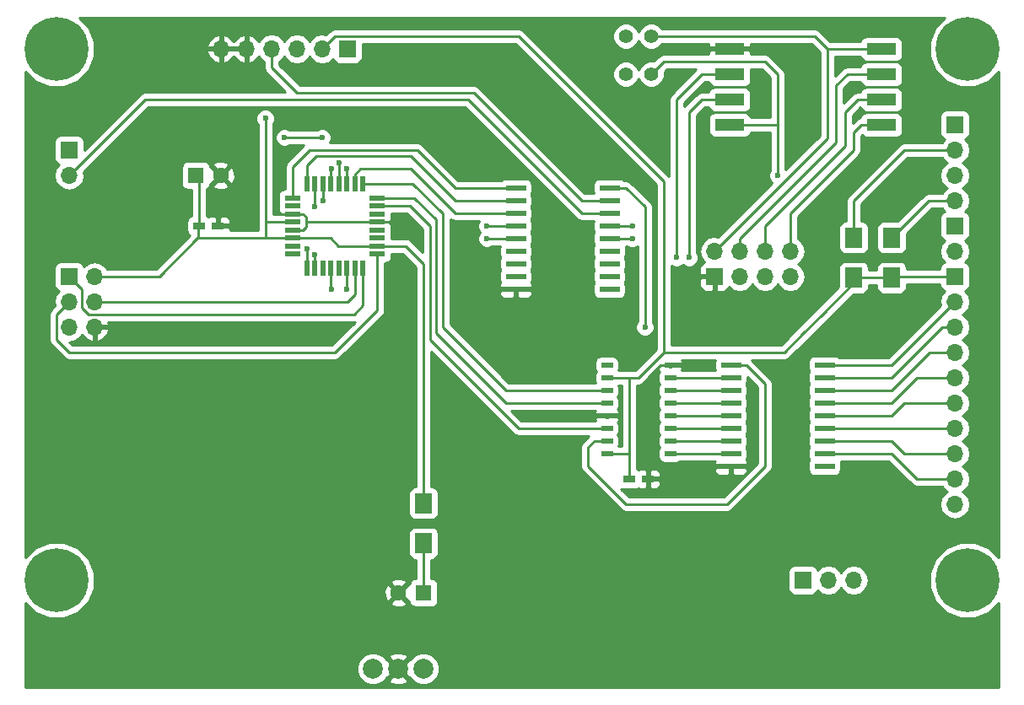
<source format=gtl>
G04 #@! TF.FileFunction,Copper,L1,Top,Signal*
%FSLAX46Y46*%
G04 Gerber Fmt 4.6, Leading zero omitted, Abs format (unit mm)*
G04 Created by KiCad (PCBNEW 4.0.4+e1-6308~48~ubuntu15.10.1-stable) date Tue Feb 14 12:35:32 2017*
%MOMM*%
%LPD*%
G01*
G04 APERTURE LIST*
%ADD10C,0.100000*%
%ADD11C,2.000000*%
%ADD12R,1.143000X0.508000*%
%ADD13R,1.200000X0.750000*%
%ADD14R,1.600000X0.550000*%
%ADD15R,0.550000X1.600000*%
%ADD16C,1.400000*%
%ADD17R,1.700000X1.700000*%
%ADD18O,1.700000X1.700000*%
%ADD19R,1.700000X2.000000*%
%ADD20R,2.000000X0.600000*%
%ADD21R,1.600000X1.600000*%
%ADD22C,1.600000*%
%ADD23C,6.400000*%
%ADD24R,3.000000X1.200000*%
%ADD25C,0.600000*%
%ADD26C,0.250000*%
%ADD27C,0.254000*%
G04 APERTURE END LIST*
D10*
D11*
X106680000Y-110490000D03*
X109220000Y-110490000D03*
X111760000Y-110490000D03*
D12*
X130175000Y-88900000D03*
X130175000Y-86360000D03*
X130175000Y-85090000D03*
X130175000Y-83820000D03*
X130175000Y-82550000D03*
X130175000Y-81280000D03*
X130175000Y-80010000D03*
X136525000Y-80010000D03*
X136525000Y-81280000D03*
X136525000Y-82550000D03*
X136525000Y-83820000D03*
X136525000Y-85090000D03*
X136525000Y-86360000D03*
X136525000Y-87630000D03*
X136525000Y-88900000D03*
X130175000Y-87630000D03*
D13*
X132400000Y-91440000D03*
X134300000Y-91440000D03*
D14*
X98620000Y-63240000D03*
X98620000Y-64040000D03*
X98620000Y-64840000D03*
X98620000Y-65640000D03*
X98620000Y-66440000D03*
X98620000Y-67240000D03*
X98620000Y-68040000D03*
X98620000Y-68840000D03*
D15*
X100070000Y-70290000D03*
X100870000Y-70290000D03*
X101670000Y-70290000D03*
X102470000Y-70290000D03*
X103270000Y-70290000D03*
X104070000Y-70290000D03*
X104870000Y-70290000D03*
X105670000Y-70290000D03*
D14*
X107120000Y-68840000D03*
X107120000Y-68040000D03*
X107120000Y-67240000D03*
X107120000Y-66440000D03*
X107120000Y-65640000D03*
X107120000Y-64840000D03*
X107120000Y-64040000D03*
X107120000Y-63240000D03*
D15*
X105670000Y-61790000D03*
X104870000Y-61790000D03*
X104070000Y-61790000D03*
X103270000Y-61790000D03*
X102470000Y-61790000D03*
X101670000Y-61790000D03*
X100870000Y-61790000D03*
X100070000Y-61790000D03*
D16*
X132080000Y-50800000D03*
X134620000Y-50800000D03*
X134620000Y-46990000D03*
X132080000Y-46990000D03*
D17*
X76200000Y-58420000D03*
D18*
X76200000Y-60960000D03*
D17*
X149860000Y-101600000D03*
D18*
X152400000Y-101600000D03*
X154940000Y-101600000D03*
D17*
X165100000Y-71120000D03*
D18*
X165100000Y-73660000D03*
X165100000Y-76200000D03*
X165100000Y-78740000D03*
X165100000Y-81280000D03*
X165100000Y-83820000D03*
X165100000Y-86360000D03*
X165100000Y-88900000D03*
X165100000Y-91440000D03*
X165100000Y-93980000D03*
D19*
X154940000Y-71215000D03*
X154940000Y-67215000D03*
X158750000Y-71215000D03*
X158750000Y-67215000D03*
D20*
X142620000Y-80010000D03*
X142620000Y-81280000D03*
X142620000Y-82550000D03*
X142620000Y-83820000D03*
X142620000Y-85090000D03*
X142620000Y-86360000D03*
X142620000Y-87630000D03*
X142620000Y-88900000D03*
X142620000Y-90170000D03*
X152020000Y-90170000D03*
X152020000Y-88900000D03*
X152020000Y-87630000D03*
X152020000Y-86360000D03*
X152020000Y-85090000D03*
X152020000Y-83820000D03*
X152020000Y-82550000D03*
X152020000Y-81280000D03*
X152020000Y-80010000D03*
X121030000Y-62230000D03*
X121030000Y-63500000D03*
X121030000Y-64770000D03*
X121030000Y-66040000D03*
X121030000Y-67310000D03*
X121030000Y-68580000D03*
X121030000Y-69850000D03*
X121030000Y-71120000D03*
X121030000Y-72390000D03*
X130430000Y-72390000D03*
X130430000Y-71120000D03*
X130430000Y-69850000D03*
X130430000Y-68580000D03*
X130430000Y-67310000D03*
X130430000Y-66040000D03*
X130430000Y-64770000D03*
X130430000Y-63500000D03*
X130430000Y-62230000D03*
D17*
X76200000Y-71120000D03*
D18*
X78740000Y-71120000D03*
X76200000Y-73660000D03*
X78740000Y-73660000D03*
X76200000Y-76200000D03*
X78740000Y-76200000D03*
D17*
X140970000Y-71120000D03*
D18*
X140970000Y-68580000D03*
X143510000Y-71120000D03*
X143510000Y-68580000D03*
X146050000Y-71120000D03*
X146050000Y-68580000D03*
X148590000Y-71120000D03*
X148590000Y-68580000D03*
D17*
X104140000Y-48260000D03*
D18*
X101600000Y-48260000D03*
X99060000Y-48260000D03*
X96520000Y-48260000D03*
X93980000Y-48260000D03*
X91440000Y-48260000D03*
D17*
X165100000Y-55880000D03*
D18*
X165100000Y-58420000D03*
X165100000Y-60960000D03*
X165100000Y-63500000D03*
D13*
X89220000Y-66040000D03*
X91120000Y-66040000D03*
D21*
X88900000Y-60960000D03*
D22*
X91400000Y-60960000D03*
D21*
X111760000Y-102870000D03*
D22*
X109260000Y-102870000D03*
D19*
X111760000Y-97885000D03*
X111760000Y-93885000D03*
D23*
X166370000Y-48260000D03*
X74930000Y-48260000D03*
X74930000Y-101600000D03*
X166370000Y-101600000D03*
D17*
X165100000Y-66040000D03*
D18*
X165100000Y-68580000D03*
D24*
X157734000Y-55880000D03*
X157734000Y-53340000D03*
X157734000Y-50800000D03*
X157734000Y-48260000D03*
X142494000Y-50800000D03*
X142494000Y-48260000D03*
X142494000Y-53340000D03*
X142494000Y-55880000D03*
D25*
X128270000Y-85090000D03*
X136398000Y-91440000D03*
X95885000Y-55245000D03*
X104089200Y-72390000D03*
X102489000Y-72390000D03*
X104076500Y-60325000D03*
X103251000Y-59690000D03*
X101600000Y-57150000D03*
X97790000Y-57150000D03*
X102489000Y-60325000D03*
X138430000Y-69215000D03*
X101663500Y-63500000D03*
X137160000Y-69215000D03*
X100838000Y-64135000D03*
X133985000Y-76200000D03*
X147320000Y-60960000D03*
X100076000Y-68326000D03*
X118110000Y-66040000D03*
X100838000Y-68961000D03*
X118110000Y-67310000D03*
X132715000Y-66040000D03*
X132715000Y-67310000D03*
D26*
X107120000Y-65640000D02*
X108566000Y-65640000D01*
X108566000Y-65640000D02*
X108585000Y-65659000D01*
X98620000Y-64840000D02*
X97352000Y-64840000D01*
X97352000Y-64840000D02*
X97282000Y-64770000D01*
X134300000Y-81280000D02*
X135570000Y-80010000D01*
X135570000Y-80010000D02*
X136525000Y-80010000D01*
X134300000Y-91440000D02*
X134300000Y-81280000D01*
X139192000Y-90170000D02*
X137922000Y-91440000D01*
X137922000Y-91440000D02*
X136398000Y-91440000D01*
X136398000Y-91440000D02*
X134300000Y-91440000D01*
X139192000Y-90170000D02*
X142620000Y-90170000D01*
X128270000Y-85090000D02*
X130175000Y-85090000D01*
X107120000Y-65640000D02*
X99949000Y-65640000D01*
X99949000Y-65640000D02*
X99949000Y-65659000D01*
X98620000Y-64840000D02*
X99638000Y-64840000D01*
X99638000Y-64840000D02*
X99949000Y-65151000D01*
X99949000Y-65151000D02*
X99949000Y-65659000D01*
X99676000Y-66440000D02*
X98620000Y-66440000D01*
X99949000Y-66167000D02*
X99676000Y-66440000D01*
X99949000Y-65659000D02*
X99949000Y-66167000D01*
X91400000Y-60960000D02*
X91120000Y-61240000D01*
X91120000Y-66040000D02*
X90805000Y-66040000D01*
X121030000Y-72390000D02*
X121920000Y-72390000D01*
X121030000Y-72390000D02*
X121285000Y-72390000D01*
X91400000Y-60960000D02*
X91440000Y-60960000D01*
X90805000Y-66040000D02*
X91120000Y-66040000D01*
X91440000Y-48260000D02*
X93980000Y-48260000D01*
X111760000Y-93885000D02*
X111760000Y-69850000D01*
X109950000Y-68040000D02*
X107120000Y-68040000D01*
X111760000Y-69850000D02*
X109950000Y-68040000D01*
X98620000Y-67240000D02*
X102419000Y-67240000D01*
X103219000Y-68040000D02*
X107120000Y-68040000D01*
X102419000Y-67240000D02*
X103219000Y-68040000D01*
X95885000Y-67240000D02*
X95885000Y-66040000D01*
X89154000Y-67240000D02*
X89154000Y-66106000D01*
X89154000Y-66106000D02*
X89220000Y-66040000D01*
X98620000Y-67240000D02*
X95885000Y-67240000D01*
X95885000Y-67240000D02*
X89154000Y-67240000D01*
X89154000Y-67240000D02*
X89097000Y-67240000D01*
X85217000Y-71120000D02*
X78740000Y-71120000D01*
X89097000Y-67240000D02*
X85217000Y-71120000D01*
X89220000Y-66040000D02*
X89220000Y-61280000D01*
X98620000Y-65640000D02*
X95885000Y-65640000D01*
X95885000Y-65640000D02*
X95885000Y-66040000D01*
X95885000Y-66040000D02*
X95885000Y-57785000D01*
X95885000Y-57785000D02*
X95885000Y-55245000D01*
X95885000Y-55245000D02*
X95885000Y-55245000D01*
X89220000Y-61280000D02*
X88900000Y-60960000D01*
X89220000Y-66040000D02*
X89535000Y-66040000D01*
X98620000Y-67240000D02*
X98425000Y-67310000D01*
X107315000Y-67945000D02*
X107120000Y-68040000D01*
X132400000Y-81280000D02*
X130175000Y-81280000D01*
X149860000Y-76835000D02*
X147955000Y-78740000D01*
X133350000Y-81280000D02*
X130175000Y-81280000D01*
X135890000Y-78740000D02*
X133350000Y-81280000D01*
X147955000Y-78740000D02*
X135890000Y-78740000D01*
X158750000Y-71215000D02*
X158845000Y-71120000D01*
X158845000Y-71120000D02*
X165100000Y-71120000D01*
X154940000Y-71215000D02*
X158750000Y-71215000D01*
X154940000Y-71755000D02*
X151765000Y-74930000D01*
X151765000Y-74930000D02*
X149860000Y-76835000D01*
X154940000Y-71755000D02*
X154940000Y-71215000D01*
X154940000Y-71215000D02*
X154940000Y-71120000D01*
X158750000Y-71215000D02*
X158845000Y-71215000D01*
X135890000Y-78740000D02*
X135890000Y-61595000D01*
X121285000Y-46990000D02*
X102870000Y-46990000D01*
X135890000Y-61595000D02*
X121285000Y-46990000D01*
X101600000Y-48260000D02*
X102870000Y-46990000D01*
X132400000Y-91440000D02*
X132400000Y-81280000D01*
X132400000Y-88900000D02*
X130175000Y-88900000D01*
X132400000Y-91440000D02*
X132400000Y-88900000D01*
X158750000Y-71215000D02*
X158750000Y-71120000D01*
X158750000Y-71120000D02*
X159385000Y-70485000D01*
X158750000Y-71120000D02*
X158750000Y-71215000D01*
X165100000Y-71120000D02*
X165100000Y-71120000D01*
X96520000Y-50165000D02*
X96520000Y-48260000D01*
X99060000Y-52705000D02*
X96520000Y-50165000D01*
X130430000Y-63500000D02*
X127635000Y-63500000D01*
X116840000Y-52705000D02*
X99060000Y-52705000D01*
X127635000Y-63500000D02*
X116840000Y-52705000D01*
X130175000Y-86360000D02*
X121285000Y-86360000D01*
X110395000Y-64040000D02*
X107120000Y-64040000D01*
X112395000Y-66040000D02*
X110395000Y-64040000D01*
X112395000Y-77470000D02*
X112395000Y-66040000D01*
X121285000Y-86360000D02*
X112395000Y-77470000D01*
X130175000Y-83820000D02*
X120015000Y-83820000D01*
X110865000Y-63240000D02*
X107120000Y-63240000D01*
X113030000Y-65405000D02*
X110865000Y-63240000D01*
X113030000Y-76835000D02*
X113030000Y-65405000D01*
X120015000Y-83820000D02*
X113030000Y-76835000D01*
X130175000Y-82550000D02*
X120015000Y-82550000D01*
X110685000Y-61790000D02*
X105670000Y-61790000D01*
X113665000Y-64770000D02*
X110685000Y-61790000D01*
X113665000Y-76200000D02*
X113665000Y-64770000D01*
X120015000Y-82550000D02*
X113665000Y-76200000D01*
X121030000Y-63500000D02*
X114935000Y-63500000D01*
X100070000Y-59950000D02*
X100070000Y-61790000D01*
X100965000Y-59055000D02*
X100070000Y-59950000D01*
X110490000Y-59055000D02*
X100965000Y-59055000D01*
X114935000Y-63500000D02*
X110490000Y-59055000D01*
X104870000Y-61790000D02*
X104870000Y-60865000D01*
X114935000Y-64770000D02*
X121030000Y-64770000D01*
X110490000Y-60325000D02*
X114935000Y-64770000D01*
X105410000Y-60325000D02*
X110490000Y-60325000D01*
X104870000Y-60865000D02*
X105410000Y-60325000D01*
X104070000Y-70290000D02*
X104070000Y-72370800D01*
X104070000Y-72370800D02*
X104089200Y-72390000D01*
X104070000Y-72370800D02*
X104089200Y-72390000D01*
X104019200Y-72320000D02*
X104089200Y-72390000D01*
X104870000Y-70290000D02*
X104870000Y-72930000D01*
X104140000Y-73660000D02*
X78740000Y-73660000D01*
X104870000Y-72930000D02*
X104140000Y-73660000D01*
X77470000Y-72390000D02*
X77470000Y-74295000D01*
X78105000Y-74930000D02*
X85090000Y-74930000D01*
X77470000Y-74295000D02*
X78105000Y-74930000D01*
X76200000Y-71120000D02*
X77470000Y-72390000D01*
X105670000Y-74035000D02*
X105670000Y-70290000D01*
X85090000Y-74930000D02*
X104775000Y-74930000D01*
X104775000Y-74930000D02*
X105670000Y-74035000D01*
X76200000Y-73660000D02*
X74930000Y-74930000D01*
X86360000Y-78740000D02*
X94615000Y-78740000D01*
X83185000Y-78740000D02*
X86360000Y-78740000D01*
X76200000Y-78740000D02*
X83185000Y-78740000D01*
X74930000Y-77470000D02*
X76200000Y-78740000D01*
X74930000Y-74930000D02*
X74930000Y-77470000D01*
X107120000Y-74490000D02*
X107120000Y-68840000D01*
X94615000Y-78740000D02*
X102870000Y-78740000D01*
X102870000Y-78740000D02*
X107120000Y-74490000D01*
X102470000Y-70290000D02*
X102470000Y-72371000D01*
X102470000Y-72371000D02*
X102489000Y-72390000D01*
X102470000Y-72371000D02*
X102489000Y-72390000D01*
X158750000Y-67215000D02*
X162465000Y-63500000D01*
X162465000Y-63500000D02*
X165100000Y-63500000D01*
X158750000Y-67215000D02*
X159290000Y-66675000D01*
X104070000Y-61790000D02*
X104070000Y-60331500D01*
X104070000Y-60331500D02*
X104076500Y-60325000D01*
X104076500Y-60325000D02*
X104006500Y-60395000D01*
X104070000Y-61790000D02*
X104140000Y-61595000D01*
X158750000Y-67310000D02*
X158750000Y-67215000D01*
X158750000Y-59690000D02*
X160020000Y-58420000D01*
X154940000Y-67215000D02*
X154940000Y-63500000D01*
X154940000Y-63500000D02*
X158750000Y-59690000D01*
X160020000Y-58420000D02*
X165100000Y-58420000D01*
X103270000Y-61790000D02*
X103270000Y-59925000D01*
X103251000Y-59690000D02*
X103251000Y-59690000D01*
X103270000Y-59925000D02*
X103251000Y-59690000D01*
X103270000Y-61790000D02*
X103270000Y-61014989D01*
X97790000Y-57150000D02*
X101600000Y-57150000D01*
X102470000Y-60344000D02*
X102489000Y-60325000D01*
X102470000Y-61790000D02*
X102470000Y-60344000D01*
X142494000Y-53340000D02*
X139700000Y-53340000D01*
X138430000Y-54610000D02*
X139700000Y-53340000D01*
X138430000Y-54610000D02*
X138430000Y-69215000D01*
X101663500Y-63500000D02*
X101663500Y-61796500D01*
X101663500Y-61796500D02*
X101670000Y-61790000D01*
X101663500Y-63500000D02*
X101733500Y-63430000D01*
X101600000Y-61860000D02*
X101670000Y-61790000D01*
X142494000Y-50800000D02*
X139700000Y-50800000D01*
X137160000Y-53340000D02*
X139700000Y-50800000D01*
X137160000Y-53340000D02*
X137160000Y-69215000D01*
X100870000Y-61790000D02*
X100870000Y-64103000D01*
X100870000Y-64103000D02*
X100838000Y-64135000D01*
X100743000Y-64040000D02*
X100838000Y-64135000D01*
X121030000Y-62230000D02*
X114935000Y-62230000D01*
X98620000Y-60130000D02*
X98620000Y-63240000D01*
X100330000Y-58420000D02*
X98620000Y-60130000D01*
X111125000Y-58420000D02*
X100330000Y-58420000D01*
X114935000Y-62230000D02*
X111125000Y-58420000D01*
X153162000Y-53340000D02*
X153162000Y-51943000D01*
X153162000Y-57658000D02*
X153162000Y-53340000D01*
X143510000Y-68580000D02*
X143510000Y-67310000D01*
X143510000Y-67310000D02*
X153162000Y-57658000D01*
X153162000Y-51943000D02*
X154305000Y-50800000D01*
X154305000Y-50800000D02*
X157734000Y-50800000D01*
X155702000Y-50800000D02*
X157734000Y-50800000D01*
X143510000Y-68580000D02*
X143510000Y-68580000D01*
X130430000Y-64770000D02*
X127635000Y-64770000D01*
X83820000Y-53340000D02*
X76200000Y-60960000D01*
X116205000Y-53340000D02*
X83820000Y-53340000D01*
X127635000Y-64770000D02*
X116205000Y-53340000D01*
X130430000Y-62230000D02*
X132080000Y-62230000D01*
X133985000Y-64135000D02*
X133985000Y-76200000D01*
X132080000Y-62230000D02*
X133985000Y-64135000D01*
X130430000Y-62230000D02*
X130175000Y-62230000D01*
X134620000Y-50800000D02*
X135890000Y-49530000D01*
X147320000Y-50800000D02*
X147320000Y-55880000D01*
X146050000Y-49530000D02*
X147320000Y-50800000D01*
X135890000Y-49530000D02*
X146050000Y-49530000D01*
X147320000Y-60960000D02*
X147320000Y-55880000D01*
X147320000Y-55880000D02*
X146050000Y-55880000D01*
X146050000Y-55880000D02*
X142494000Y-55880000D01*
X136525000Y-81280000D02*
X142620000Y-81280000D01*
X136525000Y-82550000D02*
X142620000Y-82550000D01*
X136525000Y-83820000D02*
X142620000Y-83820000D01*
X136525000Y-85090000D02*
X142620000Y-85090000D01*
X136525000Y-86360000D02*
X142620000Y-86360000D01*
X136525000Y-87630000D02*
X142620000Y-87630000D01*
X136525000Y-88900000D02*
X142620000Y-88900000D01*
X132080000Y-93980000D02*
X142240000Y-93980000D01*
X142240000Y-93980000D02*
X146050000Y-90170000D01*
X146050000Y-90170000D02*
X146050000Y-81915000D01*
X146050000Y-81915000D02*
X144145000Y-80010000D01*
X142620000Y-80010000D02*
X144145000Y-80010000D01*
X128270000Y-90170000D02*
X132080000Y-93980000D01*
X128270000Y-90170000D02*
X128270000Y-88265000D01*
X130175000Y-87630000D02*
X128905000Y-87630000D01*
X128905000Y-87630000D02*
X128270000Y-88265000D01*
X128905000Y-87630000D02*
X128270000Y-88265000D01*
X153543000Y-48260000D02*
X152273000Y-48260000D01*
X152273000Y-49530000D02*
X152273000Y-48260000D01*
X135890000Y-46990000D02*
X149225000Y-46990000D01*
X152273000Y-48260000D02*
X151003000Y-46990000D01*
X151003000Y-46990000D02*
X149225000Y-46990000D01*
X135890000Y-46990000D02*
X134620000Y-46990000D01*
X140970000Y-68580000D02*
X142875000Y-66675000D01*
X142875000Y-66675000D02*
X142875000Y-66675000D01*
X142875000Y-66675000D02*
X152273000Y-57277000D01*
X153543000Y-48260000D02*
X157734000Y-48260000D01*
X152273000Y-57277000D02*
X152273000Y-49530000D01*
X140970000Y-68580000D02*
X140970000Y-68580000D01*
X146050000Y-68580000D02*
X146050000Y-66040000D01*
X154051000Y-58039000D02*
X154051000Y-54610000D01*
X154051000Y-54610000D02*
X155321000Y-53340000D01*
X155321000Y-53340000D02*
X157734000Y-53340000D01*
X146050000Y-66040000D02*
X154051000Y-58039000D01*
X111760000Y-97885000D02*
X111760000Y-102870000D01*
X121030000Y-66040000D02*
X118110000Y-66040000D01*
X100076000Y-68326000D02*
X100076000Y-70284000D01*
X100076000Y-70284000D02*
X100070000Y-70290000D01*
X100076000Y-70284000D02*
X100070000Y-70290000D01*
X100870000Y-70290000D02*
X100838000Y-70258000D01*
X100838000Y-70258000D02*
X100838000Y-68961000D01*
X118110000Y-67310000D02*
X121030000Y-67310000D01*
X132715000Y-66040000D02*
X130430000Y-66040000D01*
X132715000Y-67310000D02*
X130430000Y-67310000D01*
X152020000Y-80010000D02*
X158750000Y-80010000D01*
X165100000Y-73660000D02*
X165100000Y-73660000D01*
X158750000Y-80010000D02*
X165100000Y-73660000D01*
X163830000Y-76200000D02*
X165100000Y-76200000D01*
X152020000Y-81280000D02*
X158750000Y-81280000D01*
X158750000Y-81280000D02*
X163830000Y-76200000D01*
X162560000Y-78740000D02*
X165100000Y-78740000D01*
X152020000Y-82550000D02*
X158750000Y-82550000D01*
X158750000Y-82550000D02*
X162560000Y-78740000D01*
X161290000Y-81280000D02*
X165100000Y-81280000D01*
X152020000Y-83820000D02*
X158750000Y-83820000D01*
X158750000Y-83820000D02*
X161290000Y-81280000D01*
X158750000Y-85090000D02*
X158750000Y-85090000D01*
X160020000Y-83820000D02*
X165100000Y-83820000D01*
X158750000Y-85090000D02*
X160020000Y-83820000D01*
X152020000Y-85090000D02*
X158750000Y-85090000D01*
X156210000Y-86360000D02*
X165100000Y-86360000D01*
X152020000Y-86360000D02*
X156210000Y-86360000D01*
X158750000Y-87630000D02*
X158750000Y-87630000D01*
X160020000Y-88900000D02*
X165100000Y-88900000D01*
X158750000Y-87630000D02*
X160020000Y-88900000D01*
X152020000Y-87630000D02*
X158750000Y-87630000D01*
X152020000Y-88900000D02*
X158750000Y-88900000D01*
X161290000Y-91440000D02*
X165100000Y-91440000D01*
X158750000Y-88900000D02*
X161290000Y-91440000D01*
X154305000Y-59055000D02*
X154940000Y-58420000D01*
X154940000Y-58420000D02*
X154940000Y-56642000D01*
X154940000Y-56642000D02*
X155702000Y-55880000D01*
X155702000Y-55880000D02*
X157734000Y-55880000D01*
X148590000Y-68580000D02*
X148590000Y-64770000D01*
X148590000Y-64770000D02*
X154305000Y-59055000D01*
X148590000Y-68580000D02*
X148590000Y-68580000D01*
D27*
G36*
X163120741Y-46084811D02*
X162535667Y-47493825D01*
X162534336Y-49019482D01*
X163116950Y-50429515D01*
X164194811Y-51509259D01*
X165603825Y-52094333D01*
X167129482Y-52095664D01*
X168539515Y-51513050D01*
X169470000Y-50584188D01*
X169470000Y-99277168D01*
X168545189Y-98350741D01*
X167136175Y-97765667D01*
X165610518Y-97764336D01*
X164200485Y-98346950D01*
X163120741Y-99424811D01*
X162535667Y-100833825D01*
X162534336Y-102359482D01*
X163116950Y-103769515D01*
X164194811Y-104849259D01*
X165603825Y-105434333D01*
X167129482Y-105435664D01*
X168539515Y-104853050D01*
X169470000Y-103924188D01*
X169470000Y-112320000D01*
X71830000Y-112320000D01*
X71830000Y-110813795D01*
X105044716Y-110813795D01*
X105293106Y-111414943D01*
X105752637Y-111875278D01*
X106353352Y-112124716D01*
X107003795Y-112125284D01*
X107604943Y-111876894D01*
X107839715Y-111642532D01*
X108247073Y-111642532D01*
X108345736Y-111909387D01*
X108955461Y-112135908D01*
X109605460Y-112111856D01*
X110094264Y-111909387D01*
X110192927Y-111642532D01*
X109220000Y-110669605D01*
X108247073Y-111642532D01*
X107839715Y-111642532D01*
X108032562Y-111450022D01*
X108067468Y-111462927D01*
X109040395Y-110490000D01*
X109399605Y-110490000D01*
X110372532Y-111462927D01*
X110407938Y-111449836D01*
X110832637Y-111875278D01*
X111433352Y-112124716D01*
X112083795Y-112125284D01*
X112684943Y-111876894D01*
X113145278Y-111417363D01*
X113394716Y-110816648D01*
X113395284Y-110166205D01*
X113146894Y-109565057D01*
X112687363Y-109104722D01*
X112086648Y-108855284D01*
X111436205Y-108854716D01*
X110835057Y-109103106D01*
X110407438Y-109529978D01*
X110372532Y-109517073D01*
X109399605Y-110490000D01*
X109040395Y-110490000D01*
X108067468Y-109517073D01*
X108032062Y-109530164D01*
X107839703Y-109337468D01*
X108247073Y-109337468D01*
X109220000Y-110310395D01*
X110192927Y-109337468D01*
X110094264Y-109070613D01*
X109484539Y-108844092D01*
X108834540Y-108868144D01*
X108345736Y-109070613D01*
X108247073Y-109337468D01*
X107839703Y-109337468D01*
X107607363Y-109104722D01*
X107006648Y-108855284D01*
X106356205Y-108854716D01*
X105755057Y-109103106D01*
X105294722Y-109562637D01*
X105045284Y-110163352D01*
X105044716Y-110813795D01*
X71830000Y-110813795D01*
X71830000Y-103922832D01*
X72754811Y-104849259D01*
X74163825Y-105434333D01*
X75689482Y-105435664D01*
X77099515Y-104853050D01*
X78076523Y-103877745D01*
X108431861Y-103877745D01*
X108505995Y-104123864D01*
X109043223Y-104316965D01*
X109613454Y-104289778D01*
X110014005Y-104123864D01*
X110088139Y-103877745D01*
X109260000Y-103049605D01*
X108431861Y-103877745D01*
X78076523Y-103877745D01*
X78179259Y-103775189D01*
X78645140Y-102653223D01*
X107813035Y-102653223D01*
X107840222Y-103223454D01*
X108006136Y-103624005D01*
X108252255Y-103698139D01*
X109080395Y-102870000D01*
X109439605Y-102870000D01*
X110267745Y-103698139D01*
X110315167Y-103683855D01*
X110356838Y-103905317D01*
X110495910Y-104121441D01*
X110708110Y-104266431D01*
X110960000Y-104317440D01*
X112560000Y-104317440D01*
X112795317Y-104273162D01*
X113011441Y-104134090D01*
X113156431Y-103921890D01*
X113207440Y-103670000D01*
X113207440Y-102070000D01*
X113163162Y-101834683D01*
X113024090Y-101618559D01*
X112811890Y-101473569D01*
X112560000Y-101422560D01*
X112520000Y-101422560D01*
X112520000Y-100750000D01*
X148362560Y-100750000D01*
X148362560Y-102450000D01*
X148406838Y-102685317D01*
X148545910Y-102901441D01*
X148758110Y-103046431D01*
X149010000Y-103097440D01*
X150710000Y-103097440D01*
X150945317Y-103053162D01*
X151161441Y-102914090D01*
X151306431Y-102701890D01*
X151320086Y-102634459D01*
X151349946Y-102679147D01*
X151831715Y-103001054D01*
X152400000Y-103114093D01*
X152968285Y-103001054D01*
X153450054Y-102679147D01*
X153670000Y-102349974D01*
X153889946Y-102679147D01*
X154371715Y-103001054D01*
X154940000Y-103114093D01*
X155508285Y-103001054D01*
X155990054Y-102679147D01*
X156311961Y-102197378D01*
X156425000Y-101629093D01*
X156425000Y-101570907D01*
X156311961Y-101002622D01*
X155990054Y-100520853D01*
X155508285Y-100198946D01*
X154940000Y-100085907D01*
X154371715Y-100198946D01*
X153889946Y-100520853D01*
X153670000Y-100850026D01*
X153450054Y-100520853D01*
X152968285Y-100198946D01*
X152400000Y-100085907D01*
X151831715Y-100198946D01*
X151349946Y-100520853D01*
X151322150Y-100562452D01*
X151313162Y-100514683D01*
X151174090Y-100298559D01*
X150961890Y-100153569D01*
X150710000Y-100102560D01*
X149010000Y-100102560D01*
X148774683Y-100146838D01*
X148558559Y-100285910D01*
X148413569Y-100498110D01*
X148362560Y-100750000D01*
X112520000Y-100750000D01*
X112520000Y-99532440D01*
X112610000Y-99532440D01*
X112845317Y-99488162D01*
X113061441Y-99349090D01*
X113206431Y-99136890D01*
X113257440Y-98885000D01*
X113257440Y-96885000D01*
X113213162Y-96649683D01*
X113074090Y-96433559D01*
X112861890Y-96288569D01*
X112610000Y-96237560D01*
X110910000Y-96237560D01*
X110674683Y-96281838D01*
X110458559Y-96420910D01*
X110313569Y-96633110D01*
X110262560Y-96885000D01*
X110262560Y-98885000D01*
X110306838Y-99120317D01*
X110445910Y-99336441D01*
X110658110Y-99481431D01*
X110910000Y-99532440D01*
X111000000Y-99532440D01*
X111000000Y-101422560D01*
X110960000Y-101422560D01*
X110724683Y-101466838D01*
X110508559Y-101605910D01*
X110363569Y-101818110D01*
X110315354Y-102056201D01*
X110267745Y-102041861D01*
X109439605Y-102870000D01*
X109080395Y-102870000D01*
X108252255Y-102041861D01*
X108006136Y-102115995D01*
X107813035Y-102653223D01*
X78645140Y-102653223D01*
X78764333Y-102366175D01*
X78764772Y-101862255D01*
X108431861Y-101862255D01*
X109260000Y-102690395D01*
X110088139Y-101862255D01*
X110014005Y-101616136D01*
X109476777Y-101423035D01*
X108906546Y-101450222D01*
X108505995Y-101616136D01*
X108431861Y-101862255D01*
X78764772Y-101862255D01*
X78765664Y-100840518D01*
X78183050Y-99430485D01*
X77105189Y-98350741D01*
X75696175Y-97765667D01*
X74170518Y-97764336D01*
X72760485Y-98346950D01*
X71830000Y-99275812D01*
X71830000Y-74930000D01*
X74170000Y-74930000D01*
X74170000Y-77470000D01*
X74227852Y-77760839D01*
X74392599Y-78007401D01*
X75662599Y-79277401D01*
X75909160Y-79442148D01*
X76200000Y-79500000D01*
X102870000Y-79500000D01*
X103160839Y-79442148D01*
X103407401Y-79277401D01*
X107657401Y-75027401D01*
X107822148Y-74780839D01*
X107880000Y-74490000D01*
X107880000Y-69762440D01*
X107920000Y-69762440D01*
X108155317Y-69718162D01*
X108371441Y-69579090D01*
X108516431Y-69366890D01*
X108567440Y-69115000D01*
X108567440Y-68800000D01*
X109635198Y-68800000D01*
X111000000Y-70164802D01*
X111000000Y-92237560D01*
X110910000Y-92237560D01*
X110674683Y-92281838D01*
X110458559Y-92420910D01*
X110313569Y-92633110D01*
X110262560Y-92885000D01*
X110262560Y-94885000D01*
X110306838Y-95120317D01*
X110445910Y-95336441D01*
X110658110Y-95481431D01*
X110910000Y-95532440D01*
X112610000Y-95532440D01*
X112845317Y-95488162D01*
X113061441Y-95349090D01*
X113206431Y-95136890D01*
X113257440Y-94885000D01*
X113257440Y-92885000D01*
X113213162Y-92649683D01*
X113074090Y-92433559D01*
X112861890Y-92288569D01*
X112610000Y-92237560D01*
X112520000Y-92237560D01*
X112520000Y-78669802D01*
X120747599Y-86897401D01*
X120994161Y-87062148D01*
X121285000Y-87120000D01*
X128340198Y-87120000D01*
X127732599Y-87727599D01*
X127567852Y-87974161D01*
X127510000Y-88265000D01*
X127510000Y-90170000D01*
X127567852Y-90460839D01*
X127732599Y-90707401D01*
X131542599Y-94517401D01*
X131789161Y-94682148D01*
X132080000Y-94740000D01*
X142240000Y-94740000D01*
X142530839Y-94682148D01*
X142777401Y-94517401D01*
X146587401Y-90707401D01*
X146752148Y-90460839D01*
X146810000Y-90170000D01*
X146810000Y-81915000D01*
X146752148Y-81624161D01*
X146587401Y-81377599D01*
X144709802Y-79500000D01*
X147955000Y-79500000D01*
X148245839Y-79442148D01*
X148492401Y-79277401D01*
X154907362Y-72862440D01*
X155790000Y-72862440D01*
X156025317Y-72818162D01*
X156241441Y-72679090D01*
X156386431Y-72466890D01*
X156437440Y-72215000D01*
X156437440Y-71975000D01*
X157252560Y-71975000D01*
X157252560Y-72215000D01*
X157296838Y-72450317D01*
X157435910Y-72666441D01*
X157648110Y-72811431D01*
X157900000Y-72862440D01*
X159600000Y-72862440D01*
X159835317Y-72818162D01*
X160051441Y-72679090D01*
X160196431Y-72466890D01*
X160247440Y-72215000D01*
X160247440Y-71880000D01*
X163602560Y-71880000D01*
X163602560Y-71970000D01*
X163646838Y-72205317D01*
X163785910Y-72421441D01*
X163998110Y-72566431D01*
X164065541Y-72580086D01*
X164020853Y-72609946D01*
X163698946Y-73091715D01*
X163585907Y-73660000D01*
X163658790Y-74026408D01*
X158435198Y-79250000D01*
X153471563Y-79250000D01*
X153271890Y-79113569D01*
X153020000Y-79062560D01*
X151020000Y-79062560D01*
X150784683Y-79106838D01*
X150568559Y-79245910D01*
X150423569Y-79458110D01*
X150372560Y-79710000D01*
X150372560Y-80310000D01*
X150416838Y-80545317D01*
X150480678Y-80644528D01*
X150423569Y-80728110D01*
X150372560Y-80980000D01*
X150372560Y-81580000D01*
X150416838Y-81815317D01*
X150480678Y-81914528D01*
X150423569Y-81998110D01*
X150372560Y-82250000D01*
X150372560Y-82850000D01*
X150416838Y-83085317D01*
X150480678Y-83184528D01*
X150423569Y-83268110D01*
X150372560Y-83520000D01*
X150372560Y-84120000D01*
X150416838Y-84355317D01*
X150480678Y-84454528D01*
X150423569Y-84538110D01*
X150372560Y-84790000D01*
X150372560Y-85390000D01*
X150416838Y-85625317D01*
X150480678Y-85724528D01*
X150423569Y-85808110D01*
X150372560Y-86060000D01*
X150372560Y-86660000D01*
X150416838Y-86895317D01*
X150480678Y-86994528D01*
X150423569Y-87078110D01*
X150372560Y-87330000D01*
X150372560Y-87930000D01*
X150416838Y-88165317D01*
X150480678Y-88264528D01*
X150423569Y-88348110D01*
X150372560Y-88600000D01*
X150372560Y-89200000D01*
X150416838Y-89435317D01*
X150480678Y-89534528D01*
X150423569Y-89618110D01*
X150372560Y-89870000D01*
X150372560Y-90470000D01*
X150416838Y-90705317D01*
X150555910Y-90921441D01*
X150768110Y-91066431D01*
X151020000Y-91117440D01*
X153020000Y-91117440D01*
X153255317Y-91073162D01*
X153471441Y-90934090D01*
X153616431Y-90721890D01*
X153667440Y-90470000D01*
X153667440Y-89870000D01*
X153627926Y-89660000D01*
X158435198Y-89660000D01*
X160752599Y-91977401D01*
X160999160Y-92142148D01*
X161047414Y-92151746D01*
X161290000Y-92200000D01*
X163827046Y-92200000D01*
X164020853Y-92490054D01*
X164350026Y-92710000D01*
X164020853Y-92929946D01*
X163698946Y-93411715D01*
X163585907Y-93980000D01*
X163698946Y-94548285D01*
X164020853Y-95030054D01*
X164502622Y-95351961D01*
X165070907Y-95465000D01*
X165129093Y-95465000D01*
X165697378Y-95351961D01*
X166179147Y-95030054D01*
X166501054Y-94548285D01*
X166614093Y-93980000D01*
X166501054Y-93411715D01*
X166179147Y-92929946D01*
X165849974Y-92710000D01*
X166179147Y-92490054D01*
X166501054Y-92008285D01*
X166614093Y-91440000D01*
X166501054Y-90871715D01*
X166179147Y-90389946D01*
X165849974Y-90170000D01*
X166179147Y-89950054D01*
X166501054Y-89468285D01*
X166614093Y-88900000D01*
X166501054Y-88331715D01*
X166179147Y-87849946D01*
X165849974Y-87630000D01*
X166179147Y-87410054D01*
X166501054Y-86928285D01*
X166614093Y-86360000D01*
X166501054Y-85791715D01*
X166179147Y-85309946D01*
X165849974Y-85090000D01*
X166179147Y-84870054D01*
X166501054Y-84388285D01*
X166614093Y-83820000D01*
X166501054Y-83251715D01*
X166179147Y-82769946D01*
X165849974Y-82550000D01*
X166179147Y-82330054D01*
X166501054Y-81848285D01*
X166614093Y-81280000D01*
X166501054Y-80711715D01*
X166179147Y-80229946D01*
X165849974Y-80010000D01*
X166179147Y-79790054D01*
X166501054Y-79308285D01*
X166614093Y-78740000D01*
X166501054Y-78171715D01*
X166179147Y-77689946D01*
X165849974Y-77470000D01*
X166179147Y-77250054D01*
X166501054Y-76768285D01*
X166614093Y-76200000D01*
X166501054Y-75631715D01*
X166179147Y-75149946D01*
X165849974Y-74930000D01*
X166179147Y-74710054D01*
X166501054Y-74228285D01*
X166614093Y-73660000D01*
X166501054Y-73091715D01*
X166179147Y-72609946D01*
X166137548Y-72582150D01*
X166185317Y-72573162D01*
X166401441Y-72434090D01*
X166546431Y-72221890D01*
X166597440Y-71970000D01*
X166597440Y-70270000D01*
X166553162Y-70034683D01*
X166414090Y-69818559D01*
X166201890Y-69673569D01*
X166134459Y-69659914D01*
X166179147Y-69630054D01*
X166501054Y-69148285D01*
X166614093Y-68580000D01*
X166501054Y-68011715D01*
X166179147Y-67529946D01*
X166137548Y-67502150D01*
X166185317Y-67493162D01*
X166401441Y-67354090D01*
X166546431Y-67141890D01*
X166597440Y-66890000D01*
X166597440Y-65190000D01*
X166553162Y-64954683D01*
X166414090Y-64738559D01*
X166201890Y-64593569D01*
X166134459Y-64579914D01*
X166179147Y-64550054D01*
X166501054Y-64068285D01*
X166614093Y-63500000D01*
X166501054Y-62931715D01*
X166179147Y-62449946D01*
X165849974Y-62230000D01*
X166179147Y-62010054D01*
X166501054Y-61528285D01*
X166614093Y-60960000D01*
X166501054Y-60391715D01*
X166179147Y-59909946D01*
X165849974Y-59690000D01*
X166179147Y-59470054D01*
X166501054Y-58988285D01*
X166614093Y-58420000D01*
X166501054Y-57851715D01*
X166179147Y-57369946D01*
X166137548Y-57342150D01*
X166185317Y-57333162D01*
X166401441Y-57194090D01*
X166546431Y-56981890D01*
X166597440Y-56730000D01*
X166597440Y-55030000D01*
X166553162Y-54794683D01*
X166414090Y-54578559D01*
X166201890Y-54433569D01*
X165950000Y-54382560D01*
X164250000Y-54382560D01*
X164014683Y-54426838D01*
X163798559Y-54565910D01*
X163653569Y-54778110D01*
X163602560Y-55030000D01*
X163602560Y-56730000D01*
X163646838Y-56965317D01*
X163785910Y-57181441D01*
X163998110Y-57326431D01*
X164065541Y-57340086D01*
X164020853Y-57369946D01*
X163827046Y-57660000D01*
X160020000Y-57660000D01*
X159729160Y-57717852D01*
X159482599Y-57882599D01*
X154402599Y-62962599D01*
X154237852Y-63209161D01*
X154180000Y-63500000D01*
X154180000Y-65567560D01*
X154090000Y-65567560D01*
X153854683Y-65611838D01*
X153638559Y-65750910D01*
X153493569Y-65963110D01*
X153442560Y-66215000D01*
X153442560Y-68215000D01*
X153486838Y-68450317D01*
X153625910Y-68666441D01*
X153838110Y-68811431D01*
X154090000Y-68862440D01*
X155790000Y-68862440D01*
X156025317Y-68818162D01*
X156241441Y-68679090D01*
X156386431Y-68466890D01*
X156437440Y-68215000D01*
X156437440Y-66215000D01*
X156393162Y-65979683D01*
X156254090Y-65763559D01*
X156041890Y-65618569D01*
X155790000Y-65567560D01*
X155700000Y-65567560D01*
X155700000Y-63814802D01*
X160334802Y-59180000D01*
X163827046Y-59180000D01*
X164020853Y-59470054D01*
X164350026Y-59690000D01*
X164020853Y-59909946D01*
X163698946Y-60391715D01*
X163585907Y-60960000D01*
X163698946Y-61528285D01*
X164020853Y-62010054D01*
X164350026Y-62230000D01*
X164020853Y-62449946D01*
X163827046Y-62740000D01*
X162465000Y-62740000D01*
X162174160Y-62797852D01*
X161927599Y-62962599D01*
X159322638Y-65567560D01*
X157900000Y-65567560D01*
X157664683Y-65611838D01*
X157448559Y-65750910D01*
X157303569Y-65963110D01*
X157252560Y-66215000D01*
X157252560Y-68215000D01*
X157296838Y-68450317D01*
X157435910Y-68666441D01*
X157648110Y-68811431D01*
X157900000Y-68862440D01*
X159600000Y-68862440D01*
X159835317Y-68818162D01*
X160051441Y-68679090D01*
X160196431Y-68466890D01*
X160247440Y-68215000D01*
X160247440Y-66792362D01*
X162779802Y-64260000D01*
X163827046Y-64260000D01*
X164020853Y-64550054D01*
X164062452Y-64577850D01*
X164014683Y-64586838D01*
X163798559Y-64725910D01*
X163653569Y-64938110D01*
X163602560Y-65190000D01*
X163602560Y-66890000D01*
X163646838Y-67125317D01*
X163785910Y-67341441D01*
X163998110Y-67486431D01*
X164065541Y-67500086D01*
X164020853Y-67529946D01*
X163698946Y-68011715D01*
X163585907Y-68580000D01*
X163698946Y-69148285D01*
X164020853Y-69630054D01*
X164062452Y-69657850D01*
X164014683Y-69666838D01*
X163798559Y-69805910D01*
X163653569Y-70018110D01*
X163602560Y-70270000D01*
X163602560Y-70360000D01*
X160247440Y-70360000D01*
X160247440Y-70215000D01*
X160203162Y-69979683D01*
X160064090Y-69763559D01*
X159851890Y-69618569D01*
X159600000Y-69567560D01*
X157900000Y-69567560D01*
X157664683Y-69611838D01*
X157448559Y-69750910D01*
X157303569Y-69963110D01*
X157252560Y-70215000D01*
X157252560Y-70455000D01*
X156437440Y-70455000D01*
X156437440Y-70215000D01*
X156393162Y-69979683D01*
X156254090Y-69763559D01*
X156041890Y-69618569D01*
X155790000Y-69567560D01*
X154090000Y-69567560D01*
X153854683Y-69611838D01*
X153638559Y-69750910D01*
X153493569Y-69963110D01*
X153442560Y-70215000D01*
X153442560Y-72177638D01*
X147640198Y-77980000D01*
X136650000Y-77980000D01*
X136650000Y-71405750D01*
X139485000Y-71405750D01*
X139485000Y-72096309D01*
X139581673Y-72329698D01*
X139760301Y-72508327D01*
X139993690Y-72605000D01*
X140684250Y-72605000D01*
X140843000Y-72446250D01*
X140843000Y-71247000D01*
X139643750Y-71247000D01*
X139485000Y-71405750D01*
X136650000Y-71405750D01*
X136650000Y-70015633D01*
X136973201Y-70149838D01*
X137345167Y-70150162D01*
X137688943Y-70008117D01*
X137794954Y-69902290D01*
X137899673Y-70007192D01*
X138243201Y-70149838D01*
X138615167Y-70150162D01*
X138958943Y-70008117D01*
X139222192Y-69745327D01*
X139364838Y-69401799D01*
X139365162Y-69029833D01*
X139223117Y-68686057D01*
X139190000Y-68652882D01*
X139190000Y-54924802D01*
X140014802Y-54100000D01*
X140376666Y-54100000D01*
X140390838Y-54175317D01*
X140529910Y-54391441D01*
X140742110Y-54536431D01*
X140994000Y-54587440D01*
X143994000Y-54587440D01*
X144229317Y-54543162D01*
X144445441Y-54404090D01*
X144590431Y-54191890D01*
X144641440Y-53940000D01*
X144641440Y-52740000D01*
X144597162Y-52504683D01*
X144458090Y-52288559D01*
X144245890Y-52143569D01*
X143994000Y-52092560D01*
X140994000Y-52092560D01*
X140758683Y-52136838D01*
X140542559Y-52275910D01*
X140397569Y-52488110D01*
X140378961Y-52580000D01*
X139700000Y-52580000D01*
X139409160Y-52637852D01*
X139162599Y-52802599D01*
X137920000Y-54045198D01*
X137920000Y-53654802D01*
X140014802Y-51560000D01*
X140376666Y-51560000D01*
X140390838Y-51635317D01*
X140529910Y-51851441D01*
X140742110Y-51996431D01*
X140994000Y-52047440D01*
X143994000Y-52047440D01*
X144229317Y-52003162D01*
X144445441Y-51864090D01*
X144590431Y-51651890D01*
X144641440Y-51400000D01*
X144641440Y-50290000D01*
X145735198Y-50290000D01*
X146560000Y-51114802D01*
X146560000Y-55120000D01*
X144611334Y-55120000D01*
X144597162Y-55044683D01*
X144458090Y-54828559D01*
X144245890Y-54683569D01*
X143994000Y-54632560D01*
X140994000Y-54632560D01*
X140758683Y-54676838D01*
X140542559Y-54815910D01*
X140397569Y-55028110D01*
X140346560Y-55280000D01*
X140346560Y-56480000D01*
X140390838Y-56715317D01*
X140529910Y-56931441D01*
X140742110Y-57076431D01*
X140994000Y-57127440D01*
X143994000Y-57127440D01*
X144229317Y-57083162D01*
X144445441Y-56944090D01*
X144590431Y-56731890D01*
X144609039Y-56640000D01*
X146560000Y-56640000D01*
X146560000Y-60397537D01*
X146527808Y-60429673D01*
X146385162Y-60773201D01*
X146384838Y-61145167D01*
X146526883Y-61488943D01*
X146756369Y-61718829D01*
X141336408Y-67138790D01*
X140970000Y-67065907D01*
X140401715Y-67178946D01*
X139919946Y-67500853D01*
X139598039Y-67982622D01*
X139485000Y-68550907D01*
X139485000Y-68609093D01*
X139598039Y-69177378D01*
X139919946Y-69659147D01*
X139925858Y-69663097D01*
X139760301Y-69731673D01*
X139581673Y-69910302D01*
X139485000Y-70143691D01*
X139485000Y-70834250D01*
X139643750Y-70993000D01*
X140843000Y-70993000D01*
X140843000Y-70973000D01*
X141097000Y-70973000D01*
X141097000Y-70993000D01*
X141117000Y-70993000D01*
X141117000Y-71247000D01*
X141097000Y-71247000D01*
X141097000Y-72446250D01*
X141255750Y-72605000D01*
X141946310Y-72605000D01*
X142179699Y-72508327D01*
X142358327Y-72329698D01*
X142430597Y-72155223D01*
X142459946Y-72199147D01*
X142941715Y-72521054D01*
X143510000Y-72634093D01*
X144078285Y-72521054D01*
X144560054Y-72199147D01*
X144780000Y-71869974D01*
X144999946Y-72199147D01*
X145481715Y-72521054D01*
X146050000Y-72634093D01*
X146618285Y-72521054D01*
X147100054Y-72199147D01*
X147320000Y-71869974D01*
X147539946Y-72199147D01*
X148021715Y-72521054D01*
X148590000Y-72634093D01*
X149158285Y-72521054D01*
X149640054Y-72199147D01*
X149961961Y-71717378D01*
X150075000Y-71149093D01*
X150075000Y-71090907D01*
X149961961Y-70522622D01*
X149640054Y-70040853D01*
X149354422Y-69850000D01*
X149640054Y-69659147D01*
X149961961Y-69177378D01*
X150075000Y-68609093D01*
X150075000Y-68550907D01*
X149961961Y-67982622D01*
X149640054Y-67500853D01*
X149350000Y-67307046D01*
X149350000Y-65084802D01*
X154842402Y-59592401D01*
X154842404Y-59592398D01*
X155477401Y-58957401D01*
X155642148Y-58710839D01*
X155700000Y-58420000D01*
X155700000Y-56956802D01*
X155752467Y-56904335D01*
X155769910Y-56931441D01*
X155982110Y-57076431D01*
X156234000Y-57127440D01*
X159234000Y-57127440D01*
X159469317Y-57083162D01*
X159685441Y-56944090D01*
X159830431Y-56731890D01*
X159881440Y-56480000D01*
X159881440Y-55280000D01*
X159837162Y-55044683D01*
X159698090Y-54828559D01*
X159485890Y-54683569D01*
X159234000Y-54632560D01*
X156234000Y-54632560D01*
X155998683Y-54676838D01*
X155782559Y-54815910D01*
X155637569Y-55028110D01*
X155615476Y-55137211D01*
X155411161Y-55177852D01*
X155164599Y-55342599D01*
X154811000Y-55696198D01*
X154811000Y-54924802D01*
X155619697Y-54116105D01*
X155630838Y-54175317D01*
X155769910Y-54391441D01*
X155982110Y-54536431D01*
X156234000Y-54587440D01*
X159234000Y-54587440D01*
X159469317Y-54543162D01*
X159685441Y-54404090D01*
X159830431Y-54191890D01*
X159881440Y-53940000D01*
X159881440Y-52740000D01*
X159837162Y-52504683D01*
X159698090Y-52288559D01*
X159485890Y-52143569D01*
X159234000Y-52092560D01*
X156234000Y-52092560D01*
X155998683Y-52136838D01*
X155782559Y-52275910D01*
X155637569Y-52488110D01*
X155618961Y-52580000D01*
X155321000Y-52580000D01*
X155030160Y-52637852D01*
X154783599Y-52802599D01*
X153922000Y-53664198D01*
X153922000Y-52257802D01*
X154619802Y-51560000D01*
X155616666Y-51560000D01*
X155630838Y-51635317D01*
X155769910Y-51851441D01*
X155982110Y-51996431D01*
X156234000Y-52047440D01*
X159234000Y-52047440D01*
X159469317Y-52003162D01*
X159685441Y-51864090D01*
X159830431Y-51651890D01*
X159881440Y-51400000D01*
X159881440Y-50200000D01*
X159837162Y-49964683D01*
X159698090Y-49748559D01*
X159485890Y-49603569D01*
X159234000Y-49552560D01*
X156234000Y-49552560D01*
X155998683Y-49596838D01*
X155782559Y-49735910D01*
X155637569Y-49948110D01*
X155618961Y-50040000D01*
X154305000Y-50040000D01*
X154014161Y-50097852D01*
X153767599Y-50262599D01*
X153033000Y-50997198D01*
X153033000Y-49020000D01*
X155616666Y-49020000D01*
X155630838Y-49095317D01*
X155769910Y-49311441D01*
X155982110Y-49456431D01*
X156234000Y-49507440D01*
X159234000Y-49507440D01*
X159469317Y-49463162D01*
X159685441Y-49324090D01*
X159830431Y-49111890D01*
X159881440Y-48860000D01*
X159881440Y-47660000D01*
X159837162Y-47424683D01*
X159698090Y-47208559D01*
X159485890Y-47063569D01*
X159234000Y-47012560D01*
X156234000Y-47012560D01*
X155998683Y-47056838D01*
X155782559Y-47195910D01*
X155637569Y-47408110D01*
X155618961Y-47500000D01*
X152587802Y-47500000D01*
X151540401Y-46452599D01*
X151293839Y-46287852D01*
X151003000Y-46230000D01*
X135747655Y-46230000D01*
X135377204Y-45858902D01*
X134886713Y-45655232D01*
X134355617Y-45654769D01*
X133864771Y-45857582D01*
X133488902Y-46232796D01*
X133349909Y-46567527D01*
X133212418Y-46234771D01*
X132837204Y-45858902D01*
X132346713Y-45655232D01*
X131815617Y-45654769D01*
X131324771Y-45857582D01*
X130948902Y-46232796D01*
X130745232Y-46723287D01*
X130744769Y-47254383D01*
X130947582Y-47745229D01*
X131322796Y-48121098D01*
X131813287Y-48324768D01*
X132344383Y-48325231D01*
X132835229Y-48122418D01*
X133211098Y-47747204D01*
X133350091Y-47412473D01*
X133487582Y-47745229D01*
X133862796Y-48121098D01*
X134353287Y-48324768D01*
X134884383Y-48325231D01*
X135375229Y-48122418D01*
X135748297Y-47750000D01*
X140359000Y-47750000D01*
X140359000Y-47974250D01*
X140517750Y-48133000D01*
X142367000Y-48133000D01*
X142367000Y-48113000D01*
X142621000Y-48113000D01*
X142621000Y-48133000D01*
X144470250Y-48133000D01*
X144629000Y-47974250D01*
X144629000Y-47750000D01*
X150688198Y-47750000D01*
X151513000Y-48574802D01*
X151513000Y-56962198D01*
X148080000Y-60395198D01*
X148080000Y-50800000D01*
X148060586Y-50702401D01*
X148022148Y-50509160D01*
X147857401Y-50262599D01*
X146587401Y-48992599D01*
X146340839Y-48827852D01*
X146050000Y-48770000D01*
X144629000Y-48770000D01*
X144629000Y-48545750D01*
X144470250Y-48387000D01*
X142621000Y-48387000D01*
X142621000Y-48407000D01*
X142367000Y-48407000D01*
X142367000Y-48387000D01*
X140517750Y-48387000D01*
X140359000Y-48545750D01*
X140359000Y-48770000D01*
X135890000Y-48770000D01*
X135599160Y-48827852D01*
X135352599Y-48992599D01*
X134879972Y-49465226D01*
X134355617Y-49464769D01*
X133864771Y-49667582D01*
X133488902Y-50042796D01*
X133349909Y-50377527D01*
X133212418Y-50044771D01*
X132837204Y-49668902D01*
X132346713Y-49465232D01*
X131815617Y-49464769D01*
X131324771Y-49667582D01*
X130948902Y-50042796D01*
X130745232Y-50533287D01*
X130744769Y-51064383D01*
X130947582Y-51555229D01*
X131322796Y-51931098D01*
X131813287Y-52134768D01*
X132344383Y-52135231D01*
X132835229Y-51932418D01*
X133211098Y-51557204D01*
X133350091Y-51222473D01*
X133487582Y-51555229D01*
X133862796Y-51931098D01*
X134353287Y-52134768D01*
X134884383Y-52135231D01*
X135375229Y-51932418D01*
X135751098Y-51557204D01*
X135954768Y-51066713D01*
X135955228Y-50539574D01*
X136204802Y-50290000D01*
X139135198Y-50290000D01*
X136622599Y-52802599D01*
X136457852Y-53049161D01*
X136400000Y-53340000D01*
X136400000Y-61030198D01*
X121822401Y-46452599D01*
X121575839Y-46287852D01*
X121285000Y-46230000D01*
X102870000Y-46230000D01*
X102579160Y-46287852D01*
X102332599Y-46452599D01*
X101966408Y-46818790D01*
X101600000Y-46745907D01*
X101031715Y-46858946D01*
X100549946Y-47180853D01*
X100330000Y-47510026D01*
X100110054Y-47180853D01*
X99628285Y-46858946D01*
X99060000Y-46745907D01*
X98491715Y-46858946D01*
X98009946Y-47180853D01*
X97790000Y-47510026D01*
X97570054Y-47180853D01*
X97088285Y-46858946D01*
X96520000Y-46745907D01*
X95951715Y-46858946D01*
X95469946Y-47180853D01*
X95242298Y-47521553D01*
X95175183Y-47378642D01*
X94746924Y-46988355D01*
X94336890Y-46818524D01*
X94107000Y-46939845D01*
X94107000Y-48133000D01*
X94127000Y-48133000D01*
X94127000Y-48387000D01*
X94107000Y-48387000D01*
X94107000Y-49580155D01*
X94336890Y-49701476D01*
X94746924Y-49531645D01*
X95175183Y-49141358D01*
X95242298Y-48998447D01*
X95469946Y-49339147D01*
X95760000Y-49532954D01*
X95760000Y-50165000D01*
X95817852Y-50455839D01*
X95982599Y-50702401D01*
X97860198Y-52580000D01*
X83820000Y-52580000D01*
X83529160Y-52637852D01*
X83282599Y-52802599D01*
X77697440Y-58387758D01*
X77697440Y-57570000D01*
X77653162Y-57334683D01*
X77514090Y-57118559D01*
X77301890Y-56973569D01*
X77050000Y-56922560D01*
X75350000Y-56922560D01*
X75114683Y-56966838D01*
X74898559Y-57105910D01*
X74753569Y-57318110D01*
X74702560Y-57570000D01*
X74702560Y-59270000D01*
X74746838Y-59505317D01*
X74885910Y-59721441D01*
X75098110Y-59866431D01*
X75165541Y-59880086D01*
X75120853Y-59909946D01*
X74798946Y-60391715D01*
X74685907Y-60960000D01*
X74798946Y-61528285D01*
X75120853Y-62010054D01*
X75602622Y-62331961D01*
X76170907Y-62445000D01*
X76229093Y-62445000D01*
X76797378Y-62331961D01*
X77279147Y-62010054D01*
X77601054Y-61528285D01*
X77714093Y-60960000D01*
X77641210Y-60593592D01*
X84134802Y-54100000D01*
X115890198Y-54100000D01*
X127097599Y-65307401D01*
X127344161Y-65472148D01*
X127635000Y-65530000D01*
X128825086Y-65530000D01*
X128782560Y-65740000D01*
X128782560Y-66340000D01*
X128826838Y-66575317D01*
X128890678Y-66674528D01*
X128833569Y-66758110D01*
X128782560Y-67010000D01*
X128782560Y-67610000D01*
X128826838Y-67845317D01*
X128890678Y-67944528D01*
X128833569Y-68028110D01*
X128782560Y-68280000D01*
X128782560Y-68880000D01*
X128826838Y-69115317D01*
X128890678Y-69214528D01*
X128833569Y-69298110D01*
X128782560Y-69550000D01*
X128782560Y-70150000D01*
X128826838Y-70385317D01*
X128890678Y-70484528D01*
X128833569Y-70568110D01*
X128782560Y-70820000D01*
X128782560Y-71420000D01*
X128826838Y-71655317D01*
X128890678Y-71754528D01*
X128833569Y-71838110D01*
X128782560Y-72090000D01*
X128782560Y-72690000D01*
X128826838Y-72925317D01*
X128965910Y-73141441D01*
X129178110Y-73286431D01*
X129430000Y-73337440D01*
X131430000Y-73337440D01*
X131665317Y-73293162D01*
X131881441Y-73154090D01*
X132026431Y-72941890D01*
X132077440Y-72690000D01*
X132077440Y-72090000D01*
X132033162Y-71854683D01*
X131969322Y-71755472D01*
X132026431Y-71671890D01*
X132077440Y-71420000D01*
X132077440Y-70820000D01*
X132033162Y-70584683D01*
X131969322Y-70485472D01*
X132026431Y-70401890D01*
X132077440Y-70150000D01*
X132077440Y-69550000D01*
X132033162Y-69314683D01*
X131969322Y-69215472D01*
X132026431Y-69131890D01*
X132077440Y-68880000D01*
X132077440Y-68280000D01*
X132037926Y-68070000D01*
X132152537Y-68070000D01*
X132184673Y-68102192D01*
X132528201Y-68244838D01*
X132900167Y-68245162D01*
X133225000Y-68110944D01*
X133225000Y-75637537D01*
X133192808Y-75669673D01*
X133050162Y-76013201D01*
X133049838Y-76385167D01*
X133191883Y-76728943D01*
X133454673Y-76992192D01*
X133798201Y-77134838D01*
X134170167Y-77135162D01*
X134513943Y-76993117D01*
X134777192Y-76730327D01*
X134919838Y-76386799D01*
X134920162Y-76014833D01*
X134778117Y-75671057D01*
X134745000Y-75637882D01*
X134745000Y-64135000D01*
X134687148Y-63844161D01*
X134522401Y-63597599D01*
X132617401Y-61692599D01*
X132370839Y-61527852D01*
X132080000Y-61470000D01*
X131881563Y-61470000D01*
X131681890Y-61333569D01*
X131430000Y-61282560D01*
X129430000Y-61282560D01*
X129194683Y-61326838D01*
X128978559Y-61465910D01*
X128833569Y-61678110D01*
X128782560Y-61930000D01*
X128782560Y-62530000D01*
X128822074Y-62740000D01*
X127949802Y-62740000D01*
X117377401Y-52167599D01*
X117130839Y-52002852D01*
X116840000Y-51945000D01*
X99374802Y-51945000D01*
X97280000Y-49850198D01*
X97280000Y-49532954D01*
X97570054Y-49339147D01*
X97790000Y-49009974D01*
X98009946Y-49339147D01*
X98491715Y-49661054D01*
X99060000Y-49774093D01*
X99628285Y-49661054D01*
X100110054Y-49339147D01*
X100330000Y-49009974D01*
X100549946Y-49339147D01*
X101031715Y-49661054D01*
X101600000Y-49774093D01*
X102168285Y-49661054D01*
X102650054Y-49339147D01*
X102677850Y-49297548D01*
X102686838Y-49345317D01*
X102825910Y-49561441D01*
X103038110Y-49706431D01*
X103290000Y-49757440D01*
X104990000Y-49757440D01*
X105225317Y-49713162D01*
X105441441Y-49574090D01*
X105586431Y-49361890D01*
X105637440Y-49110000D01*
X105637440Y-47750000D01*
X120970198Y-47750000D01*
X135130000Y-61909802D01*
X135130000Y-78425198D01*
X133035198Y-80520000D01*
X131340123Y-80520000D01*
X131342931Y-80515890D01*
X131393940Y-80264000D01*
X131393940Y-79756000D01*
X131349662Y-79520683D01*
X131210590Y-79304559D01*
X130998390Y-79159569D01*
X130746500Y-79108560D01*
X129603500Y-79108560D01*
X129368183Y-79152838D01*
X129152059Y-79291910D01*
X129007069Y-79504110D01*
X128956060Y-79756000D01*
X128956060Y-80264000D01*
X129000338Y-80499317D01*
X129094666Y-80645907D01*
X129007069Y-80774110D01*
X128956060Y-81026000D01*
X128956060Y-81534000D01*
X129000338Y-81769317D01*
X129013647Y-81790000D01*
X120329802Y-81790000D01*
X114425000Y-75885198D01*
X114425000Y-72675750D01*
X119395000Y-72675750D01*
X119395000Y-72816310D01*
X119491673Y-73049699D01*
X119670302Y-73228327D01*
X119903691Y-73325000D01*
X120744250Y-73325000D01*
X120903000Y-73166250D01*
X120903000Y-72517000D01*
X121157000Y-72517000D01*
X121157000Y-73166250D01*
X121315750Y-73325000D01*
X122156309Y-73325000D01*
X122389698Y-73228327D01*
X122568327Y-73049699D01*
X122665000Y-72816310D01*
X122665000Y-72675750D01*
X122506250Y-72517000D01*
X121157000Y-72517000D01*
X120903000Y-72517000D01*
X119553750Y-72517000D01*
X119395000Y-72675750D01*
X114425000Y-72675750D01*
X114425000Y-65325710D01*
X114644160Y-65472148D01*
X114935000Y-65530000D01*
X117309367Y-65530000D01*
X117175162Y-65853201D01*
X117174838Y-66225167D01*
X117316883Y-66568943D01*
X117422710Y-66674954D01*
X117317808Y-66779673D01*
X117175162Y-67123201D01*
X117174838Y-67495167D01*
X117316883Y-67838943D01*
X117579673Y-68102192D01*
X117923201Y-68244838D01*
X118295167Y-68245162D01*
X118638943Y-68103117D01*
X118672118Y-68070000D01*
X119425086Y-68070000D01*
X119382560Y-68280000D01*
X119382560Y-68880000D01*
X119426838Y-69115317D01*
X119490678Y-69214528D01*
X119433569Y-69298110D01*
X119382560Y-69550000D01*
X119382560Y-70150000D01*
X119426838Y-70385317D01*
X119490678Y-70484528D01*
X119433569Y-70568110D01*
X119382560Y-70820000D01*
X119382560Y-71420000D01*
X119426838Y-71655317D01*
X119485178Y-71745980D01*
X119395000Y-71963690D01*
X119395000Y-72104250D01*
X119553750Y-72263000D01*
X120903000Y-72263000D01*
X120903000Y-72243000D01*
X121157000Y-72243000D01*
X121157000Y-72263000D01*
X122506250Y-72263000D01*
X122665000Y-72104250D01*
X122665000Y-71963690D01*
X122575194Y-71746878D01*
X122626431Y-71671890D01*
X122677440Y-71420000D01*
X122677440Y-70820000D01*
X122633162Y-70584683D01*
X122569322Y-70485472D01*
X122626431Y-70401890D01*
X122677440Y-70150000D01*
X122677440Y-69550000D01*
X122633162Y-69314683D01*
X122569322Y-69215472D01*
X122626431Y-69131890D01*
X122677440Y-68880000D01*
X122677440Y-68280000D01*
X122633162Y-68044683D01*
X122569322Y-67945472D01*
X122626431Y-67861890D01*
X122677440Y-67610000D01*
X122677440Y-67010000D01*
X122633162Y-66774683D01*
X122569322Y-66675472D01*
X122626431Y-66591890D01*
X122677440Y-66340000D01*
X122677440Y-65740000D01*
X122633162Y-65504683D01*
X122569322Y-65405472D01*
X122626431Y-65321890D01*
X122677440Y-65070000D01*
X122677440Y-64470000D01*
X122633162Y-64234683D01*
X122569322Y-64135472D01*
X122626431Y-64051890D01*
X122677440Y-63800000D01*
X122677440Y-63200000D01*
X122633162Y-62964683D01*
X122569322Y-62865472D01*
X122626431Y-62781890D01*
X122677440Y-62530000D01*
X122677440Y-61930000D01*
X122633162Y-61694683D01*
X122494090Y-61478559D01*
X122281890Y-61333569D01*
X122030000Y-61282560D01*
X120030000Y-61282560D01*
X119794683Y-61326838D01*
X119578559Y-61465910D01*
X119575764Y-61470000D01*
X115249802Y-61470000D01*
X111662401Y-57882599D01*
X111415839Y-57717852D01*
X111125000Y-57660000D01*
X102400633Y-57660000D01*
X102534838Y-57336799D01*
X102535162Y-56964833D01*
X102393117Y-56621057D01*
X102130327Y-56357808D01*
X101786799Y-56215162D01*
X101414833Y-56214838D01*
X101071057Y-56356883D01*
X101037882Y-56390000D01*
X98352463Y-56390000D01*
X98320327Y-56357808D01*
X97976799Y-56215162D01*
X97604833Y-56214838D01*
X97261057Y-56356883D01*
X96997808Y-56619673D01*
X96855162Y-56963201D01*
X96854838Y-57335167D01*
X96996883Y-57678943D01*
X97259673Y-57942192D01*
X97603201Y-58084838D01*
X97975167Y-58085162D01*
X98318943Y-57943117D01*
X98352118Y-57910000D01*
X99765198Y-57910000D01*
X98082599Y-59592599D01*
X97917852Y-59839161D01*
X97860000Y-60130000D01*
X97860000Y-62317560D01*
X97820000Y-62317560D01*
X97584683Y-62361838D01*
X97368559Y-62500910D01*
X97223569Y-62713110D01*
X97172560Y-62965000D01*
X97172560Y-63515000D01*
X97196944Y-63644589D01*
X97172560Y-63765000D01*
X97172560Y-64315000D01*
X97192450Y-64420705D01*
X97185000Y-64438690D01*
X97185000Y-64554250D01*
X97281401Y-64650651D01*
X97355910Y-64766441D01*
X97463397Y-64839884D01*
X97401054Y-64880000D01*
X96645000Y-64880000D01*
X96645000Y-55807463D01*
X96677192Y-55775327D01*
X96819838Y-55431799D01*
X96820162Y-55059833D01*
X96678117Y-54716057D01*
X96415327Y-54452808D01*
X96071799Y-54310162D01*
X95699833Y-54309838D01*
X95356057Y-54451883D01*
X95092808Y-54714673D01*
X94950162Y-55058201D01*
X94949838Y-55430167D01*
X95091883Y-55773943D01*
X95125000Y-55807118D01*
X95125000Y-66480000D01*
X92355000Y-66480000D01*
X92355000Y-66325750D01*
X92196250Y-66167000D01*
X91247000Y-66167000D01*
X91247000Y-66187000D01*
X90993000Y-66187000D01*
X90993000Y-66167000D01*
X90973000Y-66167000D01*
X90973000Y-65913000D01*
X90993000Y-65913000D01*
X90993000Y-65188750D01*
X91247000Y-65188750D01*
X91247000Y-65913000D01*
X92196250Y-65913000D01*
X92355000Y-65754250D01*
X92355000Y-65538690D01*
X92258327Y-65305301D01*
X92079698Y-65126673D01*
X91846309Y-65030000D01*
X91405750Y-65030000D01*
X91247000Y-65188750D01*
X90993000Y-65188750D01*
X90834250Y-65030000D01*
X90393691Y-65030000D01*
X90160302Y-65126673D01*
X90158932Y-65128043D01*
X90071890Y-65068569D01*
X89980000Y-65049961D01*
X89980000Y-62334409D01*
X90151441Y-62224090D01*
X90296431Y-62011890D01*
X90305370Y-61967745D01*
X90571861Y-61967745D01*
X90645995Y-62213864D01*
X91183223Y-62406965D01*
X91753454Y-62379778D01*
X92154005Y-62213864D01*
X92228139Y-61967745D01*
X91400000Y-61139605D01*
X90571861Y-61967745D01*
X90305370Y-61967745D01*
X90344646Y-61773799D01*
X90392255Y-61788139D01*
X91220395Y-60960000D01*
X91579605Y-60960000D01*
X92407745Y-61788139D01*
X92653864Y-61714005D01*
X92846965Y-61176777D01*
X92819778Y-60606546D01*
X92653864Y-60205995D01*
X92407745Y-60131861D01*
X91579605Y-60960000D01*
X91220395Y-60960000D01*
X90392255Y-60131861D01*
X90344833Y-60146145D01*
X90308351Y-59952255D01*
X90571861Y-59952255D01*
X91400000Y-60780395D01*
X92228139Y-59952255D01*
X92154005Y-59706136D01*
X91616777Y-59513035D01*
X91046546Y-59540222D01*
X90645995Y-59706136D01*
X90571861Y-59952255D01*
X90308351Y-59952255D01*
X90303162Y-59924683D01*
X90164090Y-59708559D01*
X89951890Y-59563569D01*
X89700000Y-59512560D01*
X88100000Y-59512560D01*
X87864683Y-59556838D01*
X87648559Y-59695910D01*
X87503569Y-59908110D01*
X87452560Y-60160000D01*
X87452560Y-61760000D01*
X87496838Y-61995317D01*
X87635910Y-62211441D01*
X87848110Y-62356431D01*
X88100000Y-62407440D01*
X88460000Y-62407440D01*
X88460000Y-65047666D01*
X88384683Y-65061838D01*
X88168559Y-65200910D01*
X88023569Y-65413110D01*
X87972560Y-65665000D01*
X87972560Y-66415000D01*
X88016838Y-66650317D01*
X88155910Y-66866441D01*
X88298399Y-66963799D01*
X84902198Y-70360000D01*
X80012954Y-70360000D01*
X79819147Y-70069946D01*
X79337378Y-69748039D01*
X78769093Y-69635000D01*
X78710907Y-69635000D01*
X78142622Y-69748039D01*
X77660853Y-70069946D01*
X77660029Y-70071179D01*
X77653162Y-70034683D01*
X77514090Y-69818559D01*
X77301890Y-69673569D01*
X77050000Y-69622560D01*
X75350000Y-69622560D01*
X75114683Y-69666838D01*
X74898559Y-69805910D01*
X74753569Y-70018110D01*
X74702560Y-70270000D01*
X74702560Y-71970000D01*
X74746838Y-72205317D01*
X74885910Y-72421441D01*
X75098110Y-72566431D01*
X75165541Y-72580086D01*
X75120853Y-72609946D01*
X74798946Y-73091715D01*
X74685907Y-73660000D01*
X74758790Y-74026408D01*
X74392599Y-74392599D01*
X74227852Y-74639161D01*
X74170000Y-74930000D01*
X71830000Y-74930000D01*
X71830000Y-50582832D01*
X72754811Y-51509259D01*
X74163825Y-52094333D01*
X75689482Y-52095664D01*
X77099515Y-51513050D01*
X78179259Y-50435189D01*
X78764333Y-49026175D01*
X78764690Y-48616892D01*
X89998514Y-48616892D01*
X90244817Y-49141358D01*
X90673076Y-49531645D01*
X91083110Y-49701476D01*
X91313000Y-49580155D01*
X91313000Y-48387000D01*
X91567000Y-48387000D01*
X91567000Y-49580155D01*
X91796890Y-49701476D01*
X92206924Y-49531645D01*
X92635183Y-49141358D01*
X92710000Y-48982046D01*
X92784817Y-49141358D01*
X93213076Y-49531645D01*
X93623110Y-49701476D01*
X93853000Y-49580155D01*
X93853000Y-48387000D01*
X91567000Y-48387000D01*
X91313000Y-48387000D01*
X90119181Y-48387000D01*
X89998514Y-48616892D01*
X78764690Y-48616892D01*
X78765312Y-47903108D01*
X89998514Y-47903108D01*
X90119181Y-48133000D01*
X91313000Y-48133000D01*
X91313000Y-46939845D01*
X91567000Y-46939845D01*
X91567000Y-48133000D01*
X93853000Y-48133000D01*
X93853000Y-46939845D01*
X93623110Y-46818524D01*
X93213076Y-46988355D01*
X92784817Y-47378642D01*
X92710000Y-47537954D01*
X92635183Y-47378642D01*
X92206924Y-46988355D01*
X91796890Y-46818524D01*
X91567000Y-46939845D01*
X91313000Y-46939845D01*
X91083110Y-46818524D01*
X90673076Y-46988355D01*
X90244817Y-47378642D01*
X89998514Y-47903108D01*
X78765312Y-47903108D01*
X78765664Y-47500518D01*
X78183050Y-46090485D01*
X77254188Y-45160000D01*
X164047168Y-45160000D01*
X163120741Y-46084811D01*
X163120741Y-46084811D01*
G37*
X163120741Y-46084811D02*
X162535667Y-47493825D01*
X162534336Y-49019482D01*
X163116950Y-50429515D01*
X164194811Y-51509259D01*
X165603825Y-52094333D01*
X167129482Y-52095664D01*
X168539515Y-51513050D01*
X169470000Y-50584188D01*
X169470000Y-99277168D01*
X168545189Y-98350741D01*
X167136175Y-97765667D01*
X165610518Y-97764336D01*
X164200485Y-98346950D01*
X163120741Y-99424811D01*
X162535667Y-100833825D01*
X162534336Y-102359482D01*
X163116950Y-103769515D01*
X164194811Y-104849259D01*
X165603825Y-105434333D01*
X167129482Y-105435664D01*
X168539515Y-104853050D01*
X169470000Y-103924188D01*
X169470000Y-112320000D01*
X71830000Y-112320000D01*
X71830000Y-110813795D01*
X105044716Y-110813795D01*
X105293106Y-111414943D01*
X105752637Y-111875278D01*
X106353352Y-112124716D01*
X107003795Y-112125284D01*
X107604943Y-111876894D01*
X107839715Y-111642532D01*
X108247073Y-111642532D01*
X108345736Y-111909387D01*
X108955461Y-112135908D01*
X109605460Y-112111856D01*
X110094264Y-111909387D01*
X110192927Y-111642532D01*
X109220000Y-110669605D01*
X108247073Y-111642532D01*
X107839715Y-111642532D01*
X108032562Y-111450022D01*
X108067468Y-111462927D01*
X109040395Y-110490000D01*
X109399605Y-110490000D01*
X110372532Y-111462927D01*
X110407938Y-111449836D01*
X110832637Y-111875278D01*
X111433352Y-112124716D01*
X112083795Y-112125284D01*
X112684943Y-111876894D01*
X113145278Y-111417363D01*
X113394716Y-110816648D01*
X113395284Y-110166205D01*
X113146894Y-109565057D01*
X112687363Y-109104722D01*
X112086648Y-108855284D01*
X111436205Y-108854716D01*
X110835057Y-109103106D01*
X110407438Y-109529978D01*
X110372532Y-109517073D01*
X109399605Y-110490000D01*
X109040395Y-110490000D01*
X108067468Y-109517073D01*
X108032062Y-109530164D01*
X107839703Y-109337468D01*
X108247073Y-109337468D01*
X109220000Y-110310395D01*
X110192927Y-109337468D01*
X110094264Y-109070613D01*
X109484539Y-108844092D01*
X108834540Y-108868144D01*
X108345736Y-109070613D01*
X108247073Y-109337468D01*
X107839703Y-109337468D01*
X107607363Y-109104722D01*
X107006648Y-108855284D01*
X106356205Y-108854716D01*
X105755057Y-109103106D01*
X105294722Y-109562637D01*
X105045284Y-110163352D01*
X105044716Y-110813795D01*
X71830000Y-110813795D01*
X71830000Y-103922832D01*
X72754811Y-104849259D01*
X74163825Y-105434333D01*
X75689482Y-105435664D01*
X77099515Y-104853050D01*
X78076523Y-103877745D01*
X108431861Y-103877745D01*
X108505995Y-104123864D01*
X109043223Y-104316965D01*
X109613454Y-104289778D01*
X110014005Y-104123864D01*
X110088139Y-103877745D01*
X109260000Y-103049605D01*
X108431861Y-103877745D01*
X78076523Y-103877745D01*
X78179259Y-103775189D01*
X78645140Y-102653223D01*
X107813035Y-102653223D01*
X107840222Y-103223454D01*
X108006136Y-103624005D01*
X108252255Y-103698139D01*
X109080395Y-102870000D01*
X109439605Y-102870000D01*
X110267745Y-103698139D01*
X110315167Y-103683855D01*
X110356838Y-103905317D01*
X110495910Y-104121441D01*
X110708110Y-104266431D01*
X110960000Y-104317440D01*
X112560000Y-104317440D01*
X112795317Y-104273162D01*
X113011441Y-104134090D01*
X113156431Y-103921890D01*
X113207440Y-103670000D01*
X113207440Y-102070000D01*
X113163162Y-101834683D01*
X113024090Y-101618559D01*
X112811890Y-101473569D01*
X112560000Y-101422560D01*
X112520000Y-101422560D01*
X112520000Y-100750000D01*
X148362560Y-100750000D01*
X148362560Y-102450000D01*
X148406838Y-102685317D01*
X148545910Y-102901441D01*
X148758110Y-103046431D01*
X149010000Y-103097440D01*
X150710000Y-103097440D01*
X150945317Y-103053162D01*
X151161441Y-102914090D01*
X151306431Y-102701890D01*
X151320086Y-102634459D01*
X151349946Y-102679147D01*
X151831715Y-103001054D01*
X152400000Y-103114093D01*
X152968285Y-103001054D01*
X153450054Y-102679147D01*
X153670000Y-102349974D01*
X153889946Y-102679147D01*
X154371715Y-103001054D01*
X154940000Y-103114093D01*
X155508285Y-103001054D01*
X155990054Y-102679147D01*
X156311961Y-102197378D01*
X156425000Y-101629093D01*
X156425000Y-101570907D01*
X156311961Y-101002622D01*
X155990054Y-100520853D01*
X155508285Y-100198946D01*
X154940000Y-100085907D01*
X154371715Y-100198946D01*
X153889946Y-100520853D01*
X153670000Y-100850026D01*
X153450054Y-100520853D01*
X152968285Y-100198946D01*
X152400000Y-100085907D01*
X151831715Y-100198946D01*
X151349946Y-100520853D01*
X151322150Y-100562452D01*
X151313162Y-100514683D01*
X151174090Y-100298559D01*
X150961890Y-100153569D01*
X150710000Y-100102560D01*
X149010000Y-100102560D01*
X148774683Y-100146838D01*
X148558559Y-100285910D01*
X148413569Y-100498110D01*
X148362560Y-100750000D01*
X112520000Y-100750000D01*
X112520000Y-99532440D01*
X112610000Y-99532440D01*
X112845317Y-99488162D01*
X113061441Y-99349090D01*
X113206431Y-99136890D01*
X113257440Y-98885000D01*
X113257440Y-96885000D01*
X113213162Y-96649683D01*
X113074090Y-96433559D01*
X112861890Y-96288569D01*
X112610000Y-96237560D01*
X110910000Y-96237560D01*
X110674683Y-96281838D01*
X110458559Y-96420910D01*
X110313569Y-96633110D01*
X110262560Y-96885000D01*
X110262560Y-98885000D01*
X110306838Y-99120317D01*
X110445910Y-99336441D01*
X110658110Y-99481431D01*
X110910000Y-99532440D01*
X111000000Y-99532440D01*
X111000000Y-101422560D01*
X110960000Y-101422560D01*
X110724683Y-101466838D01*
X110508559Y-101605910D01*
X110363569Y-101818110D01*
X110315354Y-102056201D01*
X110267745Y-102041861D01*
X109439605Y-102870000D01*
X109080395Y-102870000D01*
X108252255Y-102041861D01*
X108006136Y-102115995D01*
X107813035Y-102653223D01*
X78645140Y-102653223D01*
X78764333Y-102366175D01*
X78764772Y-101862255D01*
X108431861Y-101862255D01*
X109260000Y-102690395D01*
X110088139Y-101862255D01*
X110014005Y-101616136D01*
X109476777Y-101423035D01*
X108906546Y-101450222D01*
X108505995Y-101616136D01*
X108431861Y-101862255D01*
X78764772Y-101862255D01*
X78765664Y-100840518D01*
X78183050Y-99430485D01*
X77105189Y-98350741D01*
X75696175Y-97765667D01*
X74170518Y-97764336D01*
X72760485Y-98346950D01*
X71830000Y-99275812D01*
X71830000Y-74930000D01*
X74170000Y-74930000D01*
X74170000Y-77470000D01*
X74227852Y-77760839D01*
X74392599Y-78007401D01*
X75662599Y-79277401D01*
X75909160Y-79442148D01*
X76200000Y-79500000D01*
X102870000Y-79500000D01*
X103160839Y-79442148D01*
X103407401Y-79277401D01*
X107657401Y-75027401D01*
X107822148Y-74780839D01*
X107880000Y-74490000D01*
X107880000Y-69762440D01*
X107920000Y-69762440D01*
X108155317Y-69718162D01*
X108371441Y-69579090D01*
X108516431Y-69366890D01*
X108567440Y-69115000D01*
X108567440Y-68800000D01*
X109635198Y-68800000D01*
X111000000Y-70164802D01*
X111000000Y-92237560D01*
X110910000Y-92237560D01*
X110674683Y-92281838D01*
X110458559Y-92420910D01*
X110313569Y-92633110D01*
X110262560Y-92885000D01*
X110262560Y-94885000D01*
X110306838Y-95120317D01*
X110445910Y-95336441D01*
X110658110Y-95481431D01*
X110910000Y-95532440D01*
X112610000Y-95532440D01*
X112845317Y-95488162D01*
X113061441Y-95349090D01*
X113206431Y-95136890D01*
X113257440Y-94885000D01*
X113257440Y-92885000D01*
X113213162Y-92649683D01*
X113074090Y-92433559D01*
X112861890Y-92288569D01*
X112610000Y-92237560D01*
X112520000Y-92237560D01*
X112520000Y-78669802D01*
X120747599Y-86897401D01*
X120994161Y-87062148D01*
X121285000Y-87120000D01*
X128340198Y-87120000D01*
X127732599Y-87727599D01*
X127567852Y-87974161D01*
X127510000Y-88265000D01*
X127510000Y-90170000D01*
X127567852Y-90460839D01*
X127732599Y-90707401D01*
X131542599Y-94517401D01*
X131789161Y-94682148D01*
X132080000Y-94740000D01*
X142240000Y-94740000D01*
X142530839Y-94682148D01*
X142777401Y-94517401D01*
X146587401Y-90707401D01*
X146752148Y-90460839D01*
X146810000Y-90170000D01*
X146810000Y-81915000D01*
X146752148Y-81624161D01*
X146587401Y-81377599D01*
X144709802Y-79500000D01*
X147955000Y-79500000D01*
X148245839Y-79442148D01*
X148492401Y-79277401D01*
X154907362Y-72862440D01*
X155790000Y-72862440D01*
X156025317Y-72818162D01*
X156241441Y-72679090D01*
X156386431Y-72466890D01*
X156437440Y-72215000D01*
X156437440Y-71975000D01*
X157252560Y-71975000D01*
X157252560Y-72215000D01*
X157296838Y-72450317D01*
X157435910Y-72666441D01*
X157648110Y-72811431D01*
X157900000Y-72862440D01*
X159600000Y-72862440D01*
X159835317Y-72818162D01*
X160051441Y-72679090D01*
X160196431Y-72466890D01*
X160247440Y-72215000D01*
X160247440Y-71880000D01*
X163602560Y-71880000D01*
X163602560Y-71970000D01*
X163646838Y-72205317D01*
X163785910Y-72421441D01*
X163998110Y-72566431D01*
X164065541Y-72580086D01*
X164020853Y-72609946D01*
X163698946Y-73091715D01*
X163585907Y-73660000D01*
X163658790Y-74026408D01*
X158435198Y-79250000D01*
X153471563Y-79250000D01*
X153271890Y-79113569D01*
X153020000Y-79062560D01*
X151020000Y-79062560D01*
X150784683Y-79106838D01*
X150568559Y-79245910D01*
X150423569Y-79458110D01*
X150372560Y-79710000D01*
X150372560Y-80310000D01*
X150416838Y-80545317D01*
X150480678Y-80644528D01*
X150423569Y-80728110D01*
X150372560Y-80980000D01*
X150372560Y-81580000D01*
X150416838Y-81815317D01*
X150480678Y-81914528D01*
X150423569Y-81998110D01*
X150372560Y-82250000D01*
X150372560Y-82850000D01*
X150416838Y-83085317D01*
X150480678Y-83184528D01*
X150423569Y-83268110D01*
X150372560Y-83520000D01*
X150372560Y-84120000D01*
X150416838Y-84355317D01*
X150480678Y-84454528D01*
X150423569Y-84538110D01*
X150372560Y-84790000D01*
X150372560Y-85390000D01*
X150416838Y-85625317D01*
X150480678Y-85724528D01*
X150423569Y-85808110D01*
X150372560Y-86060000D01*
X150372560Y-86660000D01*
X150416838Y-86895317D01*
X150480678Y-86994528D01*
X150423569Y-87078110D01*
X150372560Y-87330000D01*
X150372560Y-87930000D01*
X150416838Y-88165317D01*
X150480678Y-88264528D01*
X150423569Y-88348110D01*
X150372560Y-88600000D01*
X150372560Y-89200000D01*
X150416838Y-89435317D01*
X150480678Y-89534528D01*
X150423569Y-89618110D01*
X150372560Y-89870000D01*
X150372560Y-90470000D01*
X150416838Y-90705317D01*
X150555910Y-90921441D01*
X150768110Y-91066431D01*
X151020000Y-91117440D01*
X153020000Y-91117440D01*
X153255317Y-91073162D01*
X153471441Y-90934090D01*
X153616431Y-90721890D01*
X153667440Y-90470000D01*
X153667440Y-89870000D01*
X153627926Y-89660000D01*
X158435198Y-89660000D01*
X160752599Y-91977401D01*
X160999160Y-92142148D01*
X161047414Y-92151746D01*
X161290000Y-92200000D01*
X163827046Y-92200000D01*
X164020853Y-92490054D01*
X164350026Y-92710000D01*
X164020853Y-92929946D01*
X163698946Y-93411715D01*
X163585907Y-93980000D01*
X163698946Y-94548285D01*
X164020853Y-95030054D01*
X164502622Y-95351961D01*
X165070907Y-95465000D01*
X165129093Y-95465000D01*
X165697378Y-95351961D01*
X166179147Y-95030054D01*
X166501054Y-94548285D01*
X166614093Y-93980000D01*
X166501054Y-93411715D01*
X166179147Y-92929946D01*
X165849974Y-92710000D01*
X166179147Y-92490054D01*
X166501054Y-92008285D01*
X166614093Y-91440000D01*
X166501054Y-90871715D01*
X166179147Y-90389946D01*
X165849974Y-90170000D01*
X166179147Y-89950054D01*
X166501054Y-89468285D01*
X166614093Y-88900000D01*
X166501054Y-88331715D01*
X166179147Y-87849946D01*
X165849974Y-87630000D01*
X166179147Y-87410054D01*
X166501054Y-86928285D01*
X166614093Y-86360000D01*
X166501054Y-85791715D01*
X166179147Y-85309946D01*
X165849974Y-85090000D01*
X166179147Y-84870054D01*
X166501054Y-84388285D01*
X166614093Y-83820000D01*
X166501054Y-83251715D01*
X166179147Y-82769946D01*
X165849974Y-82550000D01*
X166179147Y-82330054D01*
X166501054Y-81848285D01*
X166614093Y-81280000D01*
X166501054Y-80711715D01*
X166179147Y-80229946D01*
X165849974Y-80010000D01*
X166179147Y-79790054D01*
X166501054Y-79308285D01*
X166614093Y-78740000D01*
X166501054Y-78171715D01*
X166179147Y-77689946D01*
X165849974Y-77470000D01*
X166179147Y-77250054D01*
X166501054Y-76768285D01*
X166614093Y-76200000D01*
X166501054Y-75631715D01*
X166179147Y-75149946D01*
X165849974Y-74930000D01*
X166179147Y-74710054D01*
X166501054Y-74228285D01*
X166614093Y-73660000D01*
X166501054Y-73091715D01*
X166179147Y-72609946D01*
X166137548Y-72582150D01*
X166185317Y-72573162D01*
X166401441Y-72434090D01*
X166546431Y-72221890D01*
X166597440Y-71970000D01*
X166597440Y-70270000D01*
X166553162Y-70034683D01*
X166414090Y-69818559D01*
X166201890Y-69673569D01*
X166134459Y-69659914D01*
X166179147Y-69630054D01*
X166501054Y-69148285D01*
X166614093Y-68580000D01*
X166501054Y-68011715D01*
X166179147Y-67529946D01*
X166137548Y-67502150D01*
X166185317Y-67493162D01*
X166401441Y-67354090D01*
X166546431Y-67141890D01*
X166597440Y-66890000D01*
X166597440Y-65190000D01*
X166553162Y-64954683D01*
X166414090Y-64738559D01*
X166201890Y-64593569D01*
X166134459Y-64579914D01*
X166179147Y-64550054D01*
X166501054Y-64068285D01*
X166614093Y-63500000D01*
X166501054Y-62931715D01*
X166179147Y-62449946D01*
X165849974Y-62230000D01*
X166179147Y-62010054D01*
X166501054Y-61528285D01*
X166614093Y-60960000D01*
X166501054Y-60391715D01*
X166179147Y-59909946D01*
X165849974Y-59690000D01*
X166179147Y-59470054D01*
X166501054Y-58988285D01*
X166614093Y-58420000D01*
X166501054Y-57851715D01*
X166179147Y-57369946D01*
X166137548Y-57342150D01*
X166185317Y-57333162D01*
X166401441Y-57194090D01*
X166546431Y-56981890D01*
X166597440Y-56730000D01*
X166597440Y-55030000D01*
X166553162Y-54794683D01*
X166414090Y-54578559D01*
X166201890Y-54433569D01*
X165950000Y-54382560D01*
X164250000Y-54382560D01*
X164014683Y-54426838D01*
X163798559Y-54565910D01*
X163653569Y-54778110D01*
X163602560Y-55030000D01*
X163602560Y-56730000D01*
X163646838Y-56965317D01*
X163785910Y-57181441D01*
X163998110Y-57326431D01*
X164065541Y-57340086D01*
X164020853Y-57369946D01*
X163827046Y-57660000D01*
X160020000Y-57660000D01*
X159729160Y-57717852D01*
X159482599Y-57882599D01*
X154402599Y-62962599D01*
X154237852Y-63209161D01*
X154180000Y-63500000D01*
X154180000Y-65567560D01*
X154090000Y-65567560D01*
X153854683Y-65611838D01*
X153638559Y-65750910D01*
X153493569Y-65963110D01*
X153442560Y-66215000D01*
X153442560Y-68215000D01*
X153486838Y-68450317D01*
X153625910Y-68666441D01*
X153838110Y-68811431D01*
X154090000Y-68862440D01*
X155790000Y-68862440D01*
X156025317Y-68818162D01*
X156241441Y-68679090D01*
X156386431Y-68466890D01*
X156437440Y-68215000D01*
X156437440Y-66215000D01*
X156393162Y-65979683D01*
X156254090Y-65763559D01*
X156041890Y-65618569D01*
X155790000Y-65567560D01*
X155700000Y-65567560D01*
X155700000Y-63814802D01*
X160334802Y-59180000D01*
X163827046Y-59180000D01*
X164020853Y-59470054D01*
X164350026Y-59690000D01*
X164020853Y-59909946D01*
X163698946Y-60391715D01*
X163585907Y-60960000D01*
X163698946Y-61528285D01*
X164020853Y-62010054D01*
X164350026Y-62230000D01*
X164020853Y-62449946D01*
X163827046Y-62740000D01*
X162465000Y-62740000D01*
X162174160Y-62797852D01*
X161927599Y-62962599D01*
X159322638Y-65567560D01*
X157900000Y-65567560D01*
X157664683Y-65611838D01*
X157448559Y-65750910D01*
X157303569Y-65963110D01*
X157252560Y-66215000D01*
X157252560Y-68215000D01*
X157296838Y-68450317D01*
X157435910Y-68666441D01*
X157648110Y-68811431D01*
X157900000Y-68862440D01*
X159600000Y-68862440D01*
X159835317Y-68818162D01*
X160051441Y-68679090D01*
X160196431Y-68466890D01*
X160247440Y-68215000D01*
X160247440Y-66792362D01*
X162779802Y-64260000D01*
X163827046Y-64260000D01*
X164020853Y-64550054D01*
X164062452Y-64577850D01*
X164014683Y-64586838D01*
X163798559Y-64725910D01*
X163653569Y-64938110D01*
X163602560Y-65190000D01*
X163602560Y-66890000D01*
X163646838Y-67125317D01*
X163785910Y-67341441D01*
X163998110Y-67486431D01*
X164065541Y-67500086D01*
X164020853Y-67529946D01*
X163698946Y-68011715D01*
X163585907Y-68580000D01*
X163698946Y-69148285D01*
X164020853Y-69630054D01*
X164062452Y-69657850D01*
X164014683Y-69666838D01*
X163798559Y-69805910D01*
X163653569Y-70018110D01*
X163602560Y-70270000D01*
X163602560Y-70360000D01*
X160247440Y-70360000D01*
X160247440Y-70215000D01*
X160203162Y-69979683D01*
X160064090Y-69763559D01*
X159851890Y-69618569D01*
X159600000Y-69567560D01*
X157900000Y-69567560D01*
X157664683Y-69611838D01*
X157448559Y-69750910D01*
X157303569Y-69963110D01*
X157252560Y-70215000D01*
X157252560Y-70455000D01*
X156437440Y-70455000D01*
X156437440Y-70215000D01*
X156393162Y-69979683D01*
X156254090Y-69763559D01*
X156041890Y-69618569D01*
X155790000Y-69567560D01*
X154090000Y-69567560D01*
X153854683Y-69611838D01*
X153638559Y-69750910D01*
X153493569Y-69963110D01*
X153442560Y-70215000D01*
X153442560Y-72177638D01*
X147640198Y-77980000D01*
X136650000Y-77980000D01*
X136650000Y-71405750D01*
X139485000Y-71405750D01*
X139485000Y-72096309D01*
X139581673Y-72329698D01*
X139760301Y-72508327D01*
X139993690Y-72605000D01*
X140684250Y-72605000D01*
X140843000Y-72446250D01*
X140843000Y-71247000D01*
X139643750Y-71247000D01*
X139485000Y-71405750D01*
X136650000Y-71405750D01*
X136650000Y-70015633D01*
X136973201Y-70149838D01*
X137345167Y-70150162D01*
X137688943Y-70008117D01*
X137794954Y-69902290D01*
X137899673Y-70007192D01*
X138243201Y-70149838D01*
X138615167Y-70150162D01*
X138958943Y-70008117D01*
X139222192Y-69745327D01*
X139364838Y-69401799D01*
X139365162Y-69029833D01*
X139223117Y-68686057D01*
X139190000Y-68652882D01*
X139190000Y-54924802D01*
X140014802Y-54100000D01*
X140376666Y-54100000D01*
X140390838Y-54175317D01*
X140529910Y-54391441D01*
X140742110Y-54536431D01*
X140994000Y-54587440D01*
X143994000Y-54587440D01*
X144229317Y-54543162D01*
X144445441Y-54404090D01*
X144590431Y-54191890D01*
X144641440Y-53940000D01*
X144641440Y-52740000D01*
X144597162Y-52504683D01*
X144458090Y-52288559D01*
X144245890Y-52143569D01*
X143994000Y-52092560D01*
X140994000Y-52092560D01*
X140758683Y-52136838D01*
X140542559Y-52275910D01*
X140397569Y-52488110D01*
X140378961Y-52580000D01*
X139700000Y-52580000D01*
X139409160Y-52637852D01*
X139162599Y-52802599D01*
X137920000Y-54045198D01*
X137920000Y-53654802D01*
X140014802Y-51560000D01*
X140376666Y-51560000D01*
X140390838Y-51635317D01*
X140529910Y-51851441D01*
X140742110Y-51996431D01*
X140994000Y-52047440D01*
X143994000Y-52047440D01*
X144229317Y-52003162D01*
X144445441Y-51864090D01*
X144590431Y-51651890D01*
X144641440Y-51400000D01*
X144641440Y-50290000D01*
X145735198Y-50290000D01*
X146560000Y-51114802D01*
X146560000Y-55120000D01*
X144611334Y-55120000D01*
X144597162Y-55044683D01*
X144458090Y-54828559D01*
X144245890Y-54683569D01*
X143994000Y-54632560D01*
X140994000Y-54632560D01*
X140758683Y-54676838D01*
X140542559Y-54815910D01*
X140397569Y-55028110D01*
X140346560Y-55280000D01*
X140346560Y-56480000D01*
X140390838Y-56715317D01*
X140529910Y-56931441D01*
X140742110Y-57076431D01*
X140994000Y-57127440D01*
X143994000Y-57127440D01*
X144229317Y-57083162D01*
X144445441Y-56944090D01*
X144590431Y-56731890D01*
X144609039Y-56640000D01*
X146560000Y-56640000D01*
X146560000Y-60397537D01*
X146527808Y-60429673D01*
X146385162Y-60773201D01*
X146384838Y-61145167D01*
X146526883Y-61488943D01*
X146756369Y-61718829D01*
X141336408Y-67138790D01*
X140970000Y-67065907D01*
X140401715Y-67178946D01*
X139919946Y-67500853D01*
X139598039Y-67982622D01*
X139485000Y-68550907D01*
X139485000Y-68609093D01*
X139598039Y-69177378D01*
X139919946Y-69659147D01*
X139925858Y-69663097D01*
X139760301Y-69731673D01*
X139581673Y-69910302D01*
X139485000Y-70143691D01*
X139485000Y-70834250D01*
X139643750Y-70993000D01*
X140843000Y-70993000D01*
X140843000Y-70973000D01*
X141097000Y-70973000D01*
X141097000Y-70993000D01*
X141117000Y-70993000D01*
X141117000Y-71247000D01*
X141097000Y-71247000D01*
X141097000Y-72446250D01*
X141255750Y-72605000D01*
X141946310Y-72605000D01*
X142179699Y-72508327D01*
X142358327Y-72329698D01*
X142430597Y-72155223D01*
X142459946Y-72199147D01*
X142941715Y-72521054D01*
X143510000Y-72634093D01*
X144078285Y-72521054D01*
X144560054Y-72199147D01*
X144780000Y-71869974D01*
X144999946Y-72199147D01*
X145481715Y-72521054D01*
X146050000Y-72634093D01*
X146618285Y-72521054D01*
X147100054Y-72199147D01*
X147320000Y-71869974D01*
X147539946Y-72199147D01*
X148021715Y-72521054D01*
X148590000Y-72634093D01*
X149158285Y-72521054D01*
X149640054Y-72199147D01*
X149961961Y-71717378D01*
X150075000Y-71149093D01*
X150075000Y-71090907D01*
X149961961Y-70522622D01*
X149640054Y-70040853D01*
X149354422Y-69850000D01*
X149640054Y-69659147D01*
X149961961Y-69177378D01*
X150075000Y-68609093D01*
X150075000Y-68550907D01*
X149961961Y-67982622D01*
X149640054Y-67500853D01*
X149350000Y-67307046D01*
X149350000Y-65084802D01*
X154842402Y-59592401D01*
X154842404Y-59592398D01*
X155477401Y-58957401D01*
X155642148Y-58710839D01*
X155700000Y-58420000D01*
X155700000Y-56956802D01*
X155752467Y-56904335D01*
X155769910Y-56931441D01*
X155982110Y-57076431D01*
X156234000Y-57127440D01*
X159234000Y-57127440D01*
X159469317Y-57083162D01*
X159685441Y-56944090D01*
X159830431Y-56731890D01*
X159881440Y-56480000D01*
X159881440Y-55280000D01*
X159837162Y-55044683D01*
X159698090Y-54828559D01*
X159485890Y-54683569D01*
X159234000Y-54632560D01*
X156234000Y-54632560D01*
X155998683Y-54676838D01*
X155782559Y-54815910D01*
X155637569Y-55028110D01*
X155615476Y-55137211D01*
X155411161Y-55177852D01*
X155164599Y-55342599D01*
X154811000Y-55696198D01*
X154811000Y-54924802D01*
X155619697Y-54116105D01*
X155630838Y-54175317D01*
X155769910Y-54391441D01*
X155982110Y-54536431D01*
X156234000Y-54587440D01*
X159234000Y-54587440D01*
X159469317Y-54543162D01*
X159685441Y-54404090D01*
X159830431Y-54191890D01*
X159881440Y-53940000D01*
X159881440Y-52740000D01*
X159837162Y-52504683D01*
X159698090Y-52288559D01*
X159485890Y-52143569D01*
X159234000Y-52092560D01*
X156234000Y-52092560D01*
X155998683Y-52136838D01*
X155782559Y-52275910D01*
X155637569Y-52488110D01*
X155618961Y-52580000D01*
X155321000Y-52580000D01*
X155030160Y-52637852D01*
X154783599Y-52802599D01*
X153922000Y-53664198D01*
X153922000Y-52257802D01*
X154619802Y-51560000D01*
X155616666Y-51560000D01*
X155630838Y-51635317D01*
X155769910Y-51851441D01*
X155982110Y-51996431D01*
X156234000Y-52047440D01*
X159234000Y-52047440D01*
X159469317Y-52003162D01*
X159685441Y-51864090D01*
X159830431Y-51651890D01*
X159881440Y-51400000D01*
X159881440Y-50200000D01*
X159837162Y-49964683D01*
X159698090Y-49748559D01*
X159485890Y-49603569D01*
X159234000Y-49552560D01*
X156234000Y-49552560D01*
X155998683Y-49596838D01*
X155782559Y-49735910D01*
X155637569Y-49948110D01*
X155618961Y-50040000D01*
X154305000Y-50040000D01*
X154014161Y-50097852D01*
X153767599Y-50262599D01*
X153033000Y-50997198D01*
X153033000Y-49020000D01*
X155616666Y-49020000D01*
X155630838Y-49095317D01*
X155769910Y-49311441D01*
X155982110Y-49456431D01*
X156234000Y-49507440D01*
X159234000Y-49507440D01*
X159469317Y-49463162D01*
X159685441Y-49324090D01*
X159830431Y-49111890D01*
X159881440Y-48860000D01*
X159881440Y-47660000D01*
X159837162Y-47424683D01*
X159698090Y-47208559D01*
X159485890Y-47063569D01*
X159234000Y-47012560D01*
X156234000Y-47012560D01*
X155998683Y-47056838D01*
X155782559Y-47195910D01*
X155637569Y-47408110D01*
X155618961Y-47500000D01*
X152587802Y-47500000D01*
X151540401Y-46452599D01*
X151293839Y-46287852D01*
X151003000Y-46230000D01*
X135747655Y-46230000D01*
X135377204Y-45858902D01*
X134886713Y-45655232D01*
X134355617Y-45654769D01*
X133864771Y-45857582D01*
X133488902Y-46232796D01*
X133349909Y-46567527D01*
X133212418Y-46234771D01*
X132837204Y-45858902D01*
X132346713Y-45655232D01*
X131815617Y-45654769D01*
X131324771Y-45857582D01*
X130948902Y-46232796D01*
X130745232Y-46723287D01*
X130744769Y-47254383D01*
X130947582Y-47745229D01*
X131322796Y-48121098D01*
X131813287Y-48324768D01*
X132344383Y-48325231D01*
X132835229Y-48122418D01*
X133211098Y-47747204D01*
X133350091Y-47412473D01*
X133487582Y-47745229D01*
X133862796Y-48121098D01*
X134353287Y-48324768D01*
X134884383Y-48325231D01*
X135375229Y-48122418D01*
X135748297Y-47750000D01*
X140359000Y-47750000D01*
X140359000Y-47974250D01*
X140517750Y-48133000D01*
X142367000Y-48133000D01*
X142367000Y-48113000D01*
X142621000Y-48113000D01*
X142621000Y-48133000D01*
X144470250Y-48133000D01*
X144629000Y-47974250D01*
X144629000Y-47750000D01*
X150688198Y-47750000D01*
X151513000Y-48574802D01*
X151513000Y-56962198D01*
X148080000Y-60395198D01*
X148080000Y-50800000D01*
X148060586Y-50702401D01*
X148022148Y-50509160D01*
X147857401Y-50262599D01*
X146587401Y-48992599D01*
X146340839Y-48827852D01*
X146050000Y-48770000D01*
X144629000Y-48770000D01*
X144629000Y-48545750D01*
X144470250Y-48387000D01*
X142621000Y-48387000D01*
X142621000Y-48407000D01*
X142367000Y-48407000D01*
X142367000Y-48387000D01*
X140517750Y-48387000D01*
X140359000Y-48545750D01*
X140359000Y-48770000D01*
X135890000Y-48770000D01*
X135599160Y-48827852D01*
X135352599Y-48992599D01*
X134879972Y-49465226D01*
X134355617Y-49464769D01*
X133864771Y-49667582D01*
X133488902Y-50042796D01*
X133349909Y-50377527D01*
X133212418Y-50044771D01*
X132837204Y-49668902D01*
X132346713Y-49465232D01*
X131815617Y-49464769D01*
X131324771Y-49667582D01*
X130948902Y-50042796D01*
X130745232Y-50533287D01*
X130744769Y-51064383D01*
X130947582Y-51555229D01*
X131322796Y-51931098D01*
X131813287Y-52134768D01*
X132344383Y-52135231D01*
X132835229Y-51932418D01*
X133211098Y-51557204D01*
X133350091Y-51222473D01*
X133487582Y-51555229D01*
X133862796Y-51931098D01*
X134353287Y-52134768D01*
X134884383Y-52135231D01*
X135375229Y-51932418D01*
X135751098Y-51557204D01*
X135954768Y-51066713D01*
X135955228Y-50539574D01*
X136204802Y-50290000D01*
X139135198Y-50290000D01*
X136622599Y-52802599D01*
X136457852Y-53049161D01*
X136400000Y-53340000D01*
X136400000Y-61030198D01*
X121822401Y-46452599D01*
X121575839Y-46287852D01*
X121285000Y-46230000D01*
X102870000Y-46230000D01*
X102579160Y-46287852D01*
X102332599Y-46452599D01*
X101966408Y-46818790D01*
X101600000Y-46745907D01*
X101031715Y-46858946D01*
X100549946Y-47180853D01*
X100330000Y-47510026D01*
X100110054Y-47180853D01*
X99628285Y-46858946D01*
X99060000Y-46745907D01*
X98491715Y-46858946D01*
X98009946Y-47180853D01*
X97790000Y-47510026D01*
X97570054Y-47180853D01*
X97088285Y-46858946D01*
X96520000Y-46745907D01*
X95951715Y-46858946D01*
X95469946Y-47180853D01*
X95242298Y-47521553D01*
X95175183Y-47378642D01*
X94746924Y-46988355D01*
X94336890Y-46818524D01*
X94107000Y-46939845D01*
X94107000Y-48133000D01*
X94127000Y-48133000D01*
X94127000Y-48387000D01*
X94107000Y-48387000D01*
X94107000Y-49580155D01*
X94336890Y-49701476D01*
X94746924Y-49531645D01*
X95175183Y-49141358D01*
X95242298Y-48998447D01*
X95469946Y-49339147D01*
X95760000Y-49532954D01*
X95760000Y-50165000D01*
X95817852Y-50455839D01*
X95982599Y-50702401D01*
X97860198Y-52580000D01*
X83820000Y-52580000D01*
X83529160Y-52637852D01*
X83282599Y-52802599D01*
X77697440Y-58387758D01*
X77697440Y-57570000D01*
X77653162Y-57334683D01*
X77514090Y-57118559D01*
X77301890Y-56973569D01*
X77050000Y-56922560D01*
X75350000Y-56922560D01*
X75114683Y-56966838D01*
X74898559Y-57105910D01*
X74753569Y-57318110D01*
X74702560Y-57570000D01*
X74702560Y-59270000D01*
X74746838Y-59505317D01*
X74885910Y-59721441D01*
X75098110Y-59866431D01*
X75165541Y-59880086D01*
X75120853Y-59909946D01*
X74798946Y-60391715D01*
X74685907Y-60960000D01*
X74798946Y-61528285D01*
X75120853Y-62010054D01*
X75602622Y-62331961D01*
X76170907Y-62445000D01*
X76229093Y-62445000D01*
X76797378Y-62331961D01*
X77279147Y-62010054D01*
X77601054Y-61528285D01*
X77714093Y-60960000D01*
X77641210Y-60593592D01*
X84134802Y-54100000D01*
X115890198Y-54100000D01*
X127097599Y-65307401D01*
X127344161Y-65472148D01*
X127635000Y-65530000D01*
X128825086Y-65530000D01*
X128782560Y-65740000D01*
X128782560Y-66340000D01*
X128826838Y-66575317D01*
X128890678Y-66674528D01*
X128833569Y-66758110D01*
X128782560Y-67010000D01*
X128782560Y-67610000D01*
X128826838Y-67845317D01*
X128890678Y-67944528D01*
X128833569Y-68028110D01*
X128782560Y-68280000D01*
X128782560Y-68880000D01*
X128826838Y-69115317D01*
X128890678Y-69214528D01*
X128833569Y-69298110D01*
X128782560Y-69550000D01*
X128782560Y-70150000D01*
X128826838Y-70385317D01*
X128890678Y-70484528D01*
X128833569Y-70568110D01*
X128782560Y-70820000D01*
X128782560Y-71420000D01*
X128826838Y-71655317D01*
X128890678Y-71754528D01*
X128833569Y-71838110D01*
X128782560Y-72090000D01*
X128782560Y-72690000D01*
X128826838Y-72925317D01*
X128965910Y-73141441D01*
X129178110Y-73286431D01*
X129430000Y-73337440D01*
X131430000Y-73337440D01*
X131665317Y-73293162D01*
X131881441Y-73154090D01*
X132026431Y-72941890D01*
X132077440Y-72690000D01*
X132077440Y-72090000D01*
X132033162Y-71854683D01*
X131969322Y-71755472D01*
X132026431Y-71671890D01*
X132077440Y-71420000D01*
X132077440Y-70820000D01*
X132033162Y-70584683D01*
X131969322Y-70485472D01*
X132026431Y-70401890D01*
X132077440Y-70150000D01*
X132077440Y-69550000D01*
X132033162Y-69314683D01*
X131969322Y-69215472D01*
X132026431Y-69131890D01*
X132077440Y-68880000D01*
X132077440Y-68280000D01*
X132037926Y-68070000D01*
X132152537Y-68070000D01*
X132184673Y-68102192D01*
X132528201Y-68244838D01*
X132900167Y-68245162D01*
X133225000Y-68110944D01*
X133225000Y-75637537D01*
X133192808Y-75669673D01*
X133050162Y-76013201D01*
X133049838Y-76385167D01*
X133191883Y-76728943D01*
X133454673Y-76992192D01*
X133798201Y-77134838D01*
X134170167Y-77135162D01*
X134513943Y-76993117D01*
X134777192Y-76730327D01*
X134919838Y-76386799D01*
X134920162Y-76014833D01*
X134778117Y-75671057D01*
X134745000Y-75637882D01*
X134745000Y-64135000D01*
X134687148Y-63844161D01*
X134522401Y-63597599D01*
X132617401Y-61692599D01*
X132370839Y-61527852D01*
X132080000Y-61470000D01*
X131881563Y-61470000D01*
X131681890Y-61333569D01*
X131430000Y-61282560D01*
X129430000Y-61282560D01*
X129194683Y-61326838D01*
X128978559Y-61465910D01*
X128833569Y-61678110D01*
X128782560Y-61930000D01*
X128782560Y-62530000D01*
X128822074Y-62740000D01*
X127949802Y-62740000D01*
X117377401Y-52167599D01*
X117130839Y-52002852D01*
X116840000Y-51945000D01*
X99374802Y-51945000D01*
X97280000Y-49850198D01*
X97280000Y-49532954D01*
X97570054Y-49339147D01*
X97790000Y-49009974D01*
X98009946Y-49339147D01*
X98491715Y-49661054D01*
X99060000Y-49774093D01*
X99628285Y-49661054D01*
X100110054Y-49339147D01*
X100330000Y-49009974D01*
X100549946Y-49339147D01*
X101031715Y-49661054D01*
X101600000Y-49774093D01*
X102168285Y-49661054D01*
X102650054Y-49339147D01*
X102677850Y-49297548D01*
X102686838Y-49345317D01*
X102825910Y-49561441D01*
X103038110Y-49706431D01*
X103290000Y-49757440D01*
X104990000Y-49757440D01*
X105225317Y-49713162D01*
X105441441Y-49574090D01*
X105586431Y-49361890D01*
X105637440Y-49110000D01*
X105637440Y-47750000D01*
X120970198Y-47750000D01*
X135130000Y-61909802D01*
X135130000Y-78425198D01*
X133035198Y-80520000D01*
X131340123Y-80520000D01*
X131342931Y-80515890D01*
X131393940Y-80264000D01*
X131393940Y-79756000D01*
X131349662Y-79520683D01*
X131210590Y-79304559D01*
X130998390Y-79159569D01*
X130746500Y-79108560D01*
X129603500Y-79108560D01*
X129368183Y-79152838D01*
X129152059Y-79291910D01*
X129007069Y-79504110D01*
X128956060Y-79756000D01*
X128956060Y-80264000D01*
X129000338Y-80499317D01*
X129094666Y-80645907D01*
X129007069Y-80774110D01*
X128956060Y-81026000D01*
X128956060Y-81534000D01*
X129000338Y-81769317D01*
X129013647Y-81790000D01*
X120329802Y-81790000D01*
X114425000Y-75885198D01*
X114425000Y-72675750D01*
X119395000Y-72675750D01*
X119395000Y-72816310D01*
X119491673Y-73049699D01*
X119670302Y-73228327D01*
X119903691Y-73325000D01*
X120744250Y-73325000D01*
X120903000Y-73166250D01*
X120903000Y-72517000D01*
X121157000Y-72517000D01*
X121157000Y-73166250D01*
X121315750Y-73325000D01*
X122156309Y-73325000D01*
X122389698Y-73228327D01*
X122568327Y-73049699D01*
X122665000Y-72816310D01*
X122665000Y-72675750D01*
X122506250Y-72517000D01*
X121157000Y-72517000D01*
X120903000Y-72517000D01*
X119553750Y-72517000D01*
X119395000Y-72675750D01*
X114425000Y-72675750D01*
X114425000Y-65325710D01*
X114644160Y-65472148D01*
X114935000Y-65530000D01*
X117309367Y-65530000D01*
X117175162Y-65853201D01*
X117174838Y-66225167D01*
X117316883Y-66568943D01*
X117422710Y-66674954D01*
X117317808Y-66779673D01*
X117175162Y-67123201D01*
X117174838Y-67495167D01*
X117316883Y-67838943D01*
X117579673Y-68102192D01*
X117923201Y-68244838D01*
X118295167Y-68245162D01*
X118638943Y-68103117D01*
X118672118Y-68070000D01*
X119425086Y-68070000D01*
X119382560Y-68280000D01*
X119382560Y-68880000D01*
X119426838Y-69115317D01*
X119490678Y-69214528D01*
X119433569Y-69298110D01*
X119382560Y-69550000D01*
X119382560Y-70150000D01*
X119426838Y-70385317D01*
X119490678Y-70484528D01*
X119433569Y-70568110D01*
X119382560Y-70820000D01*
X119382560Y-71420000D01*
X119426838Y-71655317D01*
X119485178Y-71745980D01*
X119395000Y-71963690D01*
X119395000Y-72104250D01*
X119553750Y-72263000D01*
X120903000Y-72263000D01*
X120903000Y-72243000D01*
X121157000Y-72243000D01*
X121157000Y-72263000D01*
X122506250Y-72263000D01*
X122665000Y-72104250D01*
X122665000Y-71963690D01*
X122575194Y-71746878D01*
X122626431Y-71671890D01*
X122677440Y-71420000D01*
X122677440Y-70820000D01*
X122633162Y-70584683D01*
X122569322Y-70485472D01*
X122626431Y-70401890D01*
X122677440Y-70150000D01*
X122677440Y-69550000D01*
X122633162Y-69314683D01*
X122569322Y-69215472D01*
X122626431Y-69131890D01*
X122677440Y-68880000D01*
X122677440Y-68280000D01*
X122633162Y-68044683D01*
X122569322Y-67945472D01*
X122626431Y-67861890D01*
X122677440Y-67610000D01*
X122677440Y-67010000D01*
X122633162Y-66774683D01*
X122569322Y-66675472D01*
X122626431Y-66591890D01*
X122677440Y-66340000D01*
X122677440Y-65740000D01*
X122633162Y-65504683D01*
X122569322Y-65405472D01*
X122626431Y-65321890D01*
X122677440Y-65070000D01*
X122677440Y-64470000D01*
X122633162Y-64234683D01*
X122569322Y-64135472D01*
X122626431Y-64051890D01*
X122677440Y-63800000D01*
X122677440Y-63200000D01*
X122633162Y-62964683D01*
X122569322Y-62865472D01*
X122626431Y-62781890D01*
X122677440Y-62530000D01*
X122677440Y-61930000D01*
X122633162Y-61694683D01*
X122494090Y-61478559D01*
X122281890Y-61333569D01*
X122030000Y-61282560D01*
X120030000Y-61282560D01*
X119794683Y-61326838D01*
X119578559Y-61465910D01*
X119575764Y-61470000D01*
X115249802Y-61470000D01*
X111662401Y-57882599D01*
X111415839Y-57717852D01*
X111125000Y-57660000D01*
X102400633Y-57660000D01*
X102534838Y-57336799D01*
X102535162Y-56964833D01*
X102393117Y-56621057D01*
X102130327Y-56357808D01*
X101786799Y-56215162D01*
X101414833Y-56214838D01*
X101071057Y-56356883D01*
X101037882Y-56390000D01*
X98352463Y-56390000D01*
X98320327Y-56357808D01*
X97976799Y-56215162D01*
X97604833Y-56214838D01*
X97261057Y-56356883D01*
X96997808Y-56619673D01*
X96855162Y-56963201D01*
X96854838Y-57335167D01*
X96996883Y-57678943D01*
X97259673Y-57942192D01*
X97603201Y-58084838D01*
X97975167Y-58085162D01*
X98318943Y-57943117D01*
X98352118Y-57910000D01*
X99765198Y-57910000D01*
X98082599Y-59592599D01*
X97917852Y-59839161D01*
X97860000Y-60130000D01*
X97860000Y-62317560D01*
X97820000Y-62317560D01*
X97584683Y-62361838D01*
X97368559Y-62500910D01*
X97223569Y-62713110D01*
X97172560Y-62965000D01*
X97172560Y-63515000D01*
X97196944Y-63644589D01*
X97172560Y-63765000D01*
X97172560Y-64315000D01*
X97192450Y-64420705D01*
X97185000Y-64438690D01*
X97185000Y-64554250D01*
X97281401Y-64650651D01*
X97355910Y-64766441D01*
X97463397Y-64839884D01*
X97401054Y-64880000D01*
X96645000Y-64880000D01*
X96645000Y-55807463D01*
X96677192Y-55775327D01*
X96819838Y-55431799D01*
X96820162Y-55059833D01*
X96678117Y-54716057D01*
X96415327Y-54452808D01*
X96071799Y-54310162D01*
X95699833Y-54309838D01*
X95356057Y-54451883D01*
X95092808Y-54714673D01*
X94950162Y-55058201D01*
X94949838Y-55430167D01*
X95091883Y-55773943D01*
X95125000Y-55807118D01*
X95125000Y-66480000D01*
X92355000Y-66480000D01*
X92355000Y-66325750D01*
X92196250Y-66167000D01*
X91247000Y-66167000D01*
X91247000Y-66187000D01*
X90993000Y-66187000D01*
X90993000Y-66167000D01*
X90973000Y-66167000D01*
X90973000Y-65913000D01*
X90993000Y-65913000D01*
X90993000Y-65188750D01*
X91247000Y-65188750D01*
X91247000Y-65913000D01*
X92196250Y-65913000D01*
X92355000Y-65754250D01*
X92355000Y-65538690D01*
X92258327Y-65305301D01*
X92079698Y-65126673D01*
X91846309Y-65030000D01*
X91405750Y-65030000D01*
X91247000Y-65188750D01*
X90993000Y-65188750D01*
X90834250Y-65030000D01*
X90393691Y-65030000D01*
X90160302Y-65126673D01*
X90158932Y-65128043D01*
X90071890Y-65068569D01*
X89980000Y-65049961D01*
X89980000Y-62334409D01*
X90151441Y-62224090D01*
X90296431Y-62011890D01*
X90305370Y-61967745D01*
X90571861Y-61967745D01*
X90645995Y-62213864D01*
X91183223Y-62406965D01*
X91753454Y-62379778D01*
X92154005Y-62213864D01*
X92228139Y-61967745D01*
X91400000Y-61139605D01*
X90571861Y-61967745D01*
X90305370Y-61967745D01*
X90344646Y-61773799D01*
X90392255Y-61788139D01*
X91220395Y-60960000D01*
X91579605Y-60960000D01*
X92407745Y-61788139D01*
X92653864Y-61714005D01*
X92846965Y-61176777D01*
X92819778Y-60606546D01*
X92653864Y-60205995D01*
X92407745Y-60131861D01*
X91579605Y-60960000D01*
X91220395Y-60960000D01*
X90392255Y-60131861D01*
X90344833Y-60146145D01*
X90308351Y-59952255D01*
X90571861Y-59952255D01*
X91400000Y-60780395D01*
X92228139Y-59952255D01*
X92154005Y-59706136D01*
X91616777Y-59513035D01*
X91046546Y-59540222D01*
X90645995Y-59706136D01*
X90571861Y-59952255D01*
X90308351Y-59952255D01*
X90303162Y-59924683D01*
X90164090Y-59708559D01*
X89951890Y-59563569D01*
X89700000Y-59512560D01*
X88100000Y-59512560D01*
X87864683Y-59556838D01*
X87648559Y-59695910D01*
X87503569Y-59908110D01*
X87452560Y-60160000D01*
X87452560Y-61760000D01*
X87496838Y-61995317D01*
X87635910Y-62211441D01*
X87848110Y-62356431D01*
X88100000Y-62407440D01*
X88460000Y-62407440D01*
X88460000Y-65047666D01*
X88384683Y-65061838D01*
X88168559Y-65200910D01*
X88023569Y-65413110D01*
X87972560Y-65665000D01*
X87972560Y-66415000D01*
X88016838Y-66650317D01*
X88155910Y-66866441D01*
X88298399Y-66963799D01*
X84902198Y-70360000D01*
X80012954Y-70360000D01*
X79819147Y-70069946D01*
X79337378Y-69748039D01*
X78769093Y-69635000D01*
X78710907Y-69635000D01*
X78142622Y-69748039D01*
X77660853Y-70069946D01*
X77660029Y-70071179D01*
X77653162Y-70034683D01*
X77514090Y-69818559D01*
X77301890Y-69673569D01*
X77050000Y-69622560D01*
X75350000Y-69622560D01*
X75114683Y-69666838D01*
X74898559Y-69805910D01*
X74753569Y-70018110D01*
X74702560Y-70270000D01*
X74702560Y-71970000D01*
X74746838Y-72205317D01*
X74885910Y-72421441D01*
X75098110Y-72566431D01*
X75165541Y-72580086D01*
X75120853Y-72609946D01*
X74798946Y-73091715D01*
X74685907Y-73660000D01*
X74758790Y-74026408D01*
X74392599Y-74392599D01*
X74227852Y-74639161D01*
X74170000Y-74930000D01*
X71830000Y-74930000D01*
X71830000Y-50582832D01*
X72754811Y-51509259D01*
X74163825Y-52094333D01*
X75689482Y-52095664D01*
X77099515Y-51513050D01*
X78179259Y-50435189D01*
X78764333Y-49026175D01*
X78764690Y-48616892D01*
X89998514Y-48616892D01*
X90244817Y-49141358D01*
X90673076Y-49531645D01*
X91083110Y-49701476D01*
X91313000Y-49580155D01*
X91313000Y-48387000D01*
X91567000Y-48387000D01*
X91567000Y-49580155D01*
X91796890Y-49701476D01*
X92206924Y-49531645D01*
X92635183Y-49141358D01*
X92710000Y-48982046D01*
X92784817Y-49141358D01*
X93213076Y-49531645D01*
X93623110Y-49701476D01*
X93853000Y-49580155D01*
X93853000Y-48387000D01*
X91567000Y-48387000D01*
X91313000Y-48387000D01*
X90119181Y-48387000D01*
X89998514Y-48616892D01*
X78764690Y-48616892D01*
X78765312Y-47903108D01*
X89998514Y-47903108D01*
X90119181Y-48133000D01*
X91313000Y-48133000D01*
X91313000Y-46939845D01*
X91567000Y-46939845D01*
X91567000Y-48133000D01*
X93853000Y-48133000D01*
X93853000Y-46939845D01*
X93623110Y-46818524D01*
X93213076Y-46988355D01*
X92784817Y-47378642D01*
X92710000Y-47537954D01*
X92635183Y-47378642D01*
X92206924Y-46988355D01*
X91796890Y-46818524D01*
X91567000Y-46939845D01*
X91313000Y-46939845D01*
X91083110Y-46818524D01*
X90673076Y-46988355D01*
X90244817Y-47378642D01*
X89998514Y-47903108D01*
X78765312Y-47903108D01*
X78765664Y-47500518D01*
X78183050Y-46090485D01*
X77254188Y-45160000D01*
X164047168Y-45160000D01*
X163120741Y-46084811D01*
G36*
X135318500Y-80390309D02*
X135415173Y-80623698D01*
X135441709Y-80650235D01*
X135357069Y-80774110D01*
X135306060Y-81026000D01*
X135306060Y-81534000D01*
X135350338Y-81769317D01*
X135444666Y-81915907D01*
X135357069Y-82044110D01*
X135306060Y-82296000D01*
X135306060Y-82804000D01*
X135350338Y-83039317D01*
X135444666Y-83185907D01*
X135357069Y-83314110D01*
X135306060Y-83566000D01*
X135306060Y-84074000D01*
X135350338Y-84309317D01*
X135444666Y-84455907D01*
X135357069Y-84584110D01*
X135306060Y-84836000D01*
X135306060Y-85344000D01*
X135350338Y-85579317D01*
X135444666Y-85725907D01*
X135357069Y-85854110D01*
X135306060Y-86106000D01*
X135306060Y-86614000D01*
X135350338Y-86849317D01*
X135444666Y-86995907D01*
X135357069Y-87124110D01*
X135306060Y-87376000D01*
X135306060Y-87884000D01*
X135350338Y-88119317D01*
X135444666Y-88265907D01*
X135357069Y-88394110D01*
X135306060Y-88646000D01*
X135306060Y-89154000D01*
X135350338Y-89389317D01*
X135489410Y-89605441D01*
X135701610Y-89750431D01*
X135953500Y-89801440D01*
X137096500Y-89801440D01*
X137331817Y-89757162D01*
X137482811Y-89660000D01*
X141019666Y-89660000D01*
X140985000Y-89743690D01*
X140985000Y-89884250D01*
X141143750Y-90043000D01*
X142493000Y-90043000D01*
X142493000Y-90023000D01*
X142747000Y-90023000D01*
X142747000Y-90043000D01*
X144096250Y-90043000D01*
X144255000Y-89884250D01*
X144255000Y-89743690D01*
X144165194Y-89526878D01*
X144216431Y-89451890D01*
X144267440Y-89200000D01*
X144267440Y-88600000D01*
X144223162Y-88364683D01*
X144159322Y-88265472D01*
X144216431Y-88181890D01*
X144267440Y-87930000D01*
X144267440Y-87330000D01*
X144223162Y-87094683D01*
X144159322Y-86995472D01*
X144216431Y-86911890D01*
X144267440Y-86660000D01*
X144267440Y-86060000D01*
X144223162Y-85824683D01*
X144159322Y-85725472D01*
X144216431Y-85641890D01*
X144267440Y-85390000D01*
X144267440Y-84790000D01*
X144223162Y-84554683D01*
X144159322Y-84455472D01*
X144216431Y-84371890D01*
X144267440Y-84120000D01*
X144267440Y-83520000D01*
X144223162Y-83284683D01*
X144159322Y-83185472D01*
X144216431Y-83101890D01*
X144267440Y-82850000D01*
X144267440Y-82250000D01*
X144223162Y-82014683D01*
X144159322Y-81915472D01*
X144216431Y-81831890D01*
X144267440Y-81580000D01*
X144267440Y-81207242D01*
X145290000Y-82229802D01*
X145290000Y-89855198D01*
X141925198Y-93220000D01*
X132394802Y-93220000D01*
X131595913Y-92421111D01*
X131800000Y-92462440D01*
X133000000Y-92462440D01*
X133235317Y-92418162D01*
X133338646Y-92351671D01*
X133340302Y-92353327D01*
X133573691Y-92450000D01*
X134014250Y-92450000D01*
X134173000Y-92291250D01*
X134173000Y-91567000D01*
X134427000Y-91567000D01*
X134427000Y-92291250D01*
X134585750Y-92450000D01*
X135026309Y-92450000D01*
X135259698Y-92353327D01*
X135438327Y-92174699D01*
X135535000Y-91941310D01*
X135535000Y-91725750D01*
X135376250Y-91567000D01*
X134427000Y-91567000D01*
X134173000Y-91567000D01*
X134153000Y-91567000D01*
X134153000Y-91313000D01*
X134173000Y-91313000D01*
X134173000Y-90588750D01*
X134427000Y-90588750D01*
X134427000Y-91313000D01*
X135376250Y-91313000D01*
X135535000Y-91154250D01*
X135535000Y-90938690D01*
X135438327Y-90705301D01*
X135259698Y-90526673D01*
X135088475Y-90455750D01*
X140985000Y-90455750D01*
X140985000Y-90596310D01*
X141081673Y-90829699D01*
X141260302Y-91008327D01*
X141493691Y-91105000D01*
X142334250Y-91105000D01*
X142493000Y-90946250D01*
X142493000Y-90297000D01*
X142747000Y-90297000D01*
X142747000Y-90946250D01*
X142905750Y-91105000D01*
X143746309Y-91105000D01*
X143979698Y-91008327D01*
X144158327Y-90829699D01*
X144255000Y-90596310D01*
X144255000Y-90455750D01*
X144096250Y-90297000D01*
X142747000Y-90297000D01*
X142493000Y-90297000D01*
X141143750Y-90297000D01*
X140985000Y-90455750D01*
X135088475Y-90455750D01*
X135026309Y-90430000D01*
X134585750Y-90430000D01*
X134427000Y-90588750D01*
X134173000Y-90588750D01*
X134014250Y-90430000D01*
X133573691Y-90430000D01*
X133340302Y-90526673D01*
X133338932Y-90528043D01*
X133251890Y-90468569D01*
X133160000Y-90449961D01*
X133160000Y-82040000D01*
X133350000Y-82040000D01*
X133640839Y-81982148D01*
X133887401Y-81817401D01*
X135318500Y-80386302D01*
X135318500Y-80390309D01*
X135318500Y-80390309D01*
G37*
X135318500Y-80390309D02*
X135415173Y-80623698D01*
X135441709Y-80650235D01*
X135357069Y-80774110D01*
X135306060Y-81026000D01*
X135306060Y-81534000D01*
X135350338Y-81769317D01*
X135444666Y-81915907D01*
X135357069Y-82044110D01*
X135306060Y-82296000D01*
X135306060Y-82804000D01*
X135350338Y-83039317D01*
X135444666Y-83185907D01*
X135357069Y-83314110D01*
X135306060Y-83566000D01*
X135306060Y-84074000D01*
X135350338Y-84309317D01*
X135444666Y-84455907D01*
X135357069Y-84584110D01*
X135306060Y-84836000D01*
X135306060Y-85344000D01*
X135350338Y-85579317D01*
X135444666Y-85725907D01*
X135357069Y-85854110D01*
X135306060Y-86106000D01*
X135306060Y-86614000D01*
X135350338Y-86849317D01*
X135444666Y-86995907D01*
X135357069Y-87124110D01*
X135306060Y-87376000D01*
X135306060Y-87884000D01*
X135350338Y-88119317D01*
X135444666Y-88265907D01*
X135357069Y-88394110D01*
X135306060Y-88646000D01*
X135306060Y-89154000D01*
X135350338Y-89389317D01*
X135489410Y-89605441D01*
X135701610Y-89750431D01*
X135953500Y-89801440D01*
X137096500Y-89801440D01*
X137331817Y-89757162D01*
X137482811Y-89660000D01*
X141019666Y-89660000D01*
X140985000Y-89743690D01*
X140985000Y-89884250D01*
X141143750Y-90043000D01*
X142493000Y-90043000D01*
X142493000Y-90023000D01*
X142747000Y-90023000D01*
X142747000Y-90043000D01*
X144096250Y-90043000D01*
X144255000Y-89884250D01*
X144255000Y-89743690D01*
X144165194Y-89526878D01*
X144216431Y-89451890D01*
X144267440Y-89200000D01*
X144267440Y-88600000D01*
X144223162Y-88364683D01*
X144159322Y-88265472D01*
X144216431Y-88181890D01*
X144267440Y-87930000D01*
X144267440Y-87330000D01*
X144223162Y-87094683D01*
X144159322Y-86995472D01*
X144216431Y-86911890D01*
X144267440Y-86660000D01*
X144267440Y-86060000D01*
X144223162Y-85824683D01*
X144159322Y-85725472D01*
X144216431Y-85641890D01*
X144267440Y-85390000D01*
X144267440Y-84790000D01*
X144223162Y-84554683D01*
X144159322Y-84455472D01*
X144216431Y-84371890D01*
X144267440Y-84120000D01*
X144267440Y-83520000D01*
X144223162Y-83284683D01*
X144159322Y-83185472D01*
X144216431Y-83101890D01*
X144267440Y-82850000D01*
X144267440Y-82250000D01*
X144223162Y-82014683D01*
X144159322Y-81915472D01*
X144216431Y-81831890D01*
X144267440Y-81580000D01*
X144267440Y-81207242D01*
X145290000Y-82229802D01*
X145290000Y-89855198D01*
X141925198Y-93220000D01*
X132394802Y-93220000D01*
X131595913Y-92421111D01*
X131800000Y-92462440D01*
X133000000Y-92462440D01*
X133235317Y-92418162D01*
X133338646Y-92351671D01*
X133340302Y-92353327D01*
X133573691Y-92450000D01*
X134014250Y-92450000D01*
X134173000Y-92291250D01*
X134173000Y-91567000D01*
X134427000Y-91567000D01*
X134427000Y-92291250D01*
X134585750Y-92450000D01*
X135026309Y-92450000D01*
X135259698Y-92353327D01*
X135438327Y-92174699D01*
X135535000Y-91941310D01*
X135535000Y-91725750D01*
X135376250Y-91567000D01*
X134427000Y-91567000D01*
X134173000Y-91567000D01*
X134153000Y-91567000D01*
X134153000Y-91313000D01*
X134173000Y-91313000D01*
X134173000Y-90588750D01*
X134427000Y-90588750D01*
X134427000Y-91313000D01*
X135376250Y-91313000D01*
X135535000Y-91154250D01*
X135535000Y-90938690D01*
X135438327Y-90705301D01*
X135259698Y-90526673D01*
X135088475Y-90455750D01*
X140985000Y-90455750D01*
X140985000Y-90596310D01*
X141081673Y-90829699D01*
X141260302Y-91008327D01*
X141493691Y-91105000D01*
X142334250Y-91105000D01*
X142493000Y-90946250D01*
X142493000Y-90297000D01*
X142747000Y-90297000D01*
X142747000Y-90946250D01*
X142905750Y-91105000D01*
X143746309Y-91105000D01*
X143979698Y-91008327D01*
X144158327Y-90829699D01*
X144255000Y-90596310D01*
X144255000Y-90455750D01*
X144096250Y-90297000D01*
X142747000Y-90297000D01*
X142493000Y-90297000D01*
X141143750Y-90297000D01*
X140985000Y-90455750D01*
X135088475Y-90455750D01*
X135026309Y-90430000D01*
X134585750Y-90430000D01*
X134427000Y-90588750D01*
X134173000Y-90588750D01*
X134014250Y-90430000D01*
X133573691Y-90430000D01*
X133340302Y-90526673D01*
X133338932Y-90528043D01*
X133251890Y-90468569D01*
X133160000Y-90449961D01*
X133160000Y-82040000D01*
X133350000Y-82040000D01*
X133640839Y-81982148D01*
X133887401Y-81817401D01*
X135318500Y-80386302D01*
X135318500Y-80390309D01*
G36*
X131640000Y-88140000D02*
X131340123Y-88140000D01*
X131342931Y-88135890D01*
X131393940Y-87884000D01*
X131393940Y-87376000D01*
X131349662Y-87140683D01*
X131255334Y-86994093D01*
X131342931Y-86865890D01*
X131393940Y-86614000D01*
X131393940Y-86106000D01*
X131349662Y-85870683D01*
X131258896Y-85729629D01*
X131284827Y-85703698D01*
X131381500Y-85470309D01*
X131381500Y-85375750D01*
X131222750Y-85217000D01*
X130302000Y-85217000D01*
X130302000Y-85237000D01*
X130048000Y-85237000D01*
X130048000Y-85217000D01*
X129127250Y-85217000D01*
X128968500Y-85375750D01*
X128968500Y-85470309D01*
X129022220Y-85600000D01*
X121599802Y-85600000D01*
X120579802Y-84580000D01*
X129022220Y-84580000D01*
X128968500Y-84709691D01*
X128968500Y-84804250D01*
X129127250Y-84963000D01*
X130048000Y-84963000D01*
X130048000Y-84943000D01*
X130302000Y-84943000D01*
X130302000Y-84963000D01*
X131222750Y-84963000D01*
X131381500Y-84804250D01*
X131381500Y-84709691D01*
X131284827Y-84476302D01*
X131258291Y-84449765D01*
X131342931Y-84325890D01*
X131393940Y-84074000D01*
X131393940Y-83566000D01*
X131349662Y-83330683D01*
X131255334Y-83184093D01*
X131342931Y-83055890D01*
X131393940Y-82804000D01*
X131393940Y-82296000D01*
X131349662Y-82060683D01*
X131336353Y-82040000D01*
X131640000Y-82040000D01*
X131640000Y-88140000D01*
X131640000Y-88140000D01*
G37*
X131640000Y-88140000D02*
X131340123Y-88140000D01*
X131342931Y-88135890D01*
X131393940Y-87884000D01*
X131393940Y-87376000D01*
X131349662Y-87140683D01*
X131255334Y-86994093D01*
X131342931Y-86865890D01*
X131393940Y-86614000D01*
X131393940Y-86106000D01*
X131349662Y-85870683D01*
X131258896Y-85729629D01*
X131284827Y-85703698D01*
X131381500Y-85470309D01*
X131381500Y-85375750D01*
X131222750Y-85217000D01*
X130302000Y-85217000D01*
X130302000Y-85237000D01*
X130048000Y-85237000D01*
X130048000Y-85217000D01*
X129127250Y-85217000D01*
X128968500Y-85375750D01*
X128968500Y-85470309D01*
X129022220Y-85600000D01*
X121599802Y-85600000D01*
X120579802Y-84580000D01*
X129022220Y-84580000D01*
X128968500Y-84709691D01*
X128968500Y-84804250D01*
X129127250Y-84963000D01*
X130048000Y-84963000D01*
X130048000Y-84943000D01*
X130302000Y-84943000D01*
X130302000Y-84963000D01*
X131222750Y-84963000D01*
X131381500Y-84804250D01*
X131381500Y-84709691D01*
X131284827Y-84476302D01*
X131258291Y-84449765D01*
X131342931Y-84325890D01*
X131393940Y-84074000D01*
X131393940Y-83566000D01*
X131349662Y-83330683D01*
X131255334Y-83184093D01*
X131342931Y-83055890D01*
X131393940Y-82804000D01*
X131393940Y-82296000D01*
X131349662Y-82060683D01*
X131336353Y-82040000D01*
X131640000Y-82040000D01*
X131640000Y-88140000D01*
G36*
X140972560Y-79710000D02*
X140972560Y-80310000D01*
X141012074Y-80520000D01*
X137677780Y-80520000D01*
X137731500Y-80390309D01*
X137731500Y-80295750D01*
X137572750Y-80137000D01*
X136652000Y-80137000D01*
X136652000Y-80157000D01*
X136398000Y-80157000D01*
X136398000Y-80137000D01*
X136378000Y-80137000D01*
X136378000Y-79883000D01*
X136398000Y-79883000D01*
X136398000Y-79863000D01*
X136652000Y-79863000D01*
X136652000Y-79883000D01*
X137572750Y-79883000D01*
X137731500Y-79724250D01*
X137731500Y-79629691D01*
X137677780Y-79500000D01*
X141015086Y-79500000D01*
X140972560Y-79710000D01*
X140972560Y-79710000D01*
G37*
X140972560Y-79710000D02*
X140972560Y-80310000D01*
X141012074Y-80520000D01*
X137677780Y-80520000D01*
X137731500Y-80390309D01*
X137731500Y-80295750D01*
X137572750Y-80137000D01*
X136652000Y-80137000D01*
X136652000Y-80157000D01*
X136398000Y-80157000D01*
X136398000Y-80137000D01*
X136378000Y-80137000D01*
X136378000Y-79883000D01*
X136398000Y-79883000D01*
X136398000Y-79863000D01*
X136652000Y-79863000D01*
X136652000Y-79883000D01*
X137572750Y-79883000D01*
X137731500Y-79724250D01*
X137731500Y-79629691D01*
X137677780Y-79500000D01*
X141015086Y-79500000D01*
X140972560Y-79710000D01*
G36*
X102555198Y-77980000D02*
X76514802Y-77980000D01*
X76219802Y-77685000D01*
X76229093Y-77685000D01*
X76797378Y-77571961D01*
X77279147Y-77250054D01*
X77468345Y-76966899D01*
X77468355Y-76966924D01*
X77858642Y-77395183D01*
X78383108Y-77641486D01*
X78613000Y-77520819D01*
X78613000Y-76327000D01*
X78867000Y-76327000D01*
X78867000Y-77520819D01*
X79096892Y-77641486D01*
X79621358Y-77395183D01*
X80011645Y-76966924D01*
X80181476Y-76556890D01*
X80060155Y-76327000D01*
X78867000Y-76327000D01*
X78613000Y-76327000D01*
X78593000Y-76327000D01*
X78593000Y-76073000D01*
X78613000Y-76073000D01*
X78613000Y-76053000D01*
X78867000Y-76053000D01*
X78867000Y-76073000D01*
X80060155Y-76073000D01*
X80181476Y-75843110D01*
X80118060Y-75690000D01*
X104775000Y-75690000D01*
X104862629Y-75672569D01*
X102555198Y-77980000D01*
X102555198Y-77980000D01*
G37*
X102555198Y-77980000D02*
X76514802Y-77980000D01*
X76219802Y-77685000D01*
X76229093Y-77685000D01*
X76797378Y-77571961D01*
X77279147Y-77250054D01*
X77468345Y-76966899D01*
X77468355Y-76966924D01*
X77858642Y-77395183D01*
X78383108Y-77641486D01*
X78613000Y-77520819D01*
X78613000Y-76327000D01*
X78867000Y-76327000D01*
X78867000Y-77520819D01*
X79096892Y-77641486D01*
X79621358Y-77395183D01*
X80011645Y-76966924D01*
X80181476Y-76556890D01*
X80060155Y-76327000D01*
X78867000Y-76327000D01*
X78613000Y-76327000D01*
X78593000Y-76327000D01*
X78593000Y-76073000D01*
X78613000Y-76073000D01*
X78613000Y-76053000D01*
X78867000Y-76053000D01*
X78867000Y-76073000D01*
X80060155Y-76073000D01*
X80181476Y-75843110D01*
X80118060Y-75690000D01*
X104775000Y-75690000D01*
X104862629Y-75672569D01*
X102555198Y-77980000D01*
G36*
X111635000Y-66354802D02*
X111635000Y-68650198D01*
X110487401Y-67502599D01*
X110240839Y-67337852D01*
X109950000Y-67280000D01*
X108567440Y-67280000D01*
X108567440Y-66965000D01*
X108543056Y-66835411D01*
X108567440Y-66715000D01*
X108567440Y-66165000D01*
X108547550Y-66059295D01*
X108555000Y-66041310D01*
X108555000Y-65925750D01*
X108458599Y-65829349D01*
X108384090Y-65713559D01*
X108276603Y-65640116D01*
X108371441Y-65579090D01*
X108460495Y-65448755D01*
X108555000Y-65354250D01*
X108555000Y-65238690D01*
X108546532Y-65218247D01*
X108567440Y-65115000D01*
X108567440Y-64800000D01*
X110080198Y-64800000D01*
X111635000Y-66354802D01*
X111635000Y-66354802D01*
G37*
X111635000Y-66354802D02*
X111635000Y-68650198D01*
X110487401Y-67502599D01*
X110240839Y-67337852D01*
X109950000Y-67280000D01*
X108567440Y-67280000D01*
X108567440Y-66965000D01*
X108543056Y-66835411D01*
X108567440Y-66715000D01*
X108567440Y-66165000D01*
X108547550Y-66059295D01*
X108555000Y-66041310D01*
X108555000Y-65925750D01*
X108458599Y-65829349D01*
X108384090Y-65713559D01*
X108276603Y-65640116D01*
X108371441Y-65579090D01*
X108460495Y-65448755D01*
X108555000Y-65354250D01*
X108555000Y-65238690D01*
X108546532Y-65218247D01*
X108567440Y-65115000D01*
X108567440Y-64800000D01*
X110080198Y-64800000D01*
X111635000Y-66354802D01*
M02*

</source>
